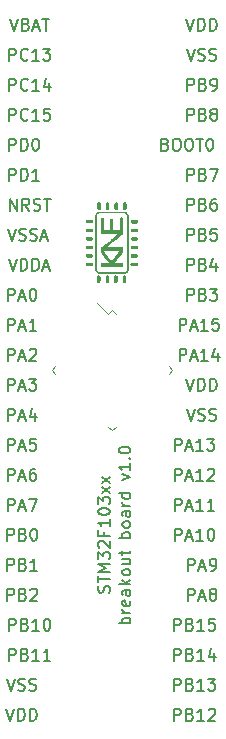
<source format=gto>
%TF.GenerationSoftware,KiCad,Pcbnew,(6.0.2)*%
%TF.CreationDate,2022-10-19T19:09:35+02:00*%
%TF.ProjectId,adapter_LQFP48,61646170-7465-4725-9f4c-51465034382e,rev?*%
%TF.SameCoordinates,Original*%
%TF.FileFunction,Legend,Top*%
%TF.FilePolarity,Positive*%
%FSLAX46Y46*%
G04 Gerber Fmt 4.6, Leading zero omitted, Abs format (unit mm)*
G04 Created by KiCad (PCBNEW (6.0.2)) date 2022-10-19 19:09:35*
%MOMM*%
%LPD*%
G01*
G04 APERTURE LIST*
G04 Aperture macros list*
%AMRoundRect*
0 Rectangle with rounded corners*
0 $1 Rounding radius*
0 $2 $3 $4 $5 $6 $7 $8 $9 X,Y pos of 4 corners*
0 Add a 4 corners polygon primitive as box body*
4,1,4,$2,$3,$4,$5,$6,$7,$8,$9,$2,$3,0*
0 Add four circle primitives for the rounded corners*
1,1,$1+$1,$2,$3*
1,1,$1+$1,$4,$5*
1,1,$1+$1,$6,$7*
1,1,$1+$1,$8,$9*
0 Add four rect primitives between the rounded corners*
20,1,$1+$1,$2,$3,$4,$5,0*
20,1,$1+$1,$4,$5,$6,$7,0*
20,1,$1+$1,$6,$7,$8,$9,0*
20,1,$1+$1,$8,$9,$2,$3,0*%
G04 Aperture macros list end*
%ADD10C,0.150000*%
%ADD11C,0.120000*%
%ADD12C,3.200000*%
%ADD13RoundRect,0.075000X-0.521491X0.415425X0.415425X-0.521491X0.521491X-0.415425X-0.415425X0.521491X0*%
%ADD14RoundRect,0.075000X-0.521491X-0.415425X-0.415425X-0.521491X0.521491X0.415425X0.415425X0.521491X0*%
%ADD15R,1.700000X1.700000*%
%ADD16O,1.700000X1.700000*%
G04 APERTURE END LIST*
D10*
X115673333Y-107132380D02*
X115673333Y-106132380D01*
X116054285Y-106132380D01*
X116149523Y-106180000D01*
X116197142Y-106227619D01*
X116244761Y-106322857D01*
X116244761Y-106465714D01*
X116197142Y-106560952D01*
X116149523Y-106608571D01*
X116054285Y-106656190D01*
X115673333Y-106656190D01*
X116625714Y-106846666D02*
X117101904Y-106846666D01*
X116530476Y-107132380D02*
X116863809Y-106132380D01*
X117197142Y-107132380D01*
X117435238Y-106132380D02*
X118054285Y-106132380D01*
X117720952Y-106513333D01*
X117863809Y-106513333D01*
X117959047Y-106560952D01*
X118006666Y-106608571D01*
X118054285Y-106703809D01*
X118054285Y-106941904D01*
X118006666Y-107037142D01*
X117959047Y-107084761D01*
X117863809Y-107132380D01*
X117578095Y-107132380D01*
X117482857Y-107084761D01*
X117435238Y-107037142D01*
X129802142Y-112212380D02*
X129802142Y-111212380D01*
X130183095Y-111212380D01*
X130278333Y-111260000D01*
X130325952Y-111307619D01*
X130373571Y-111402857D01*
X130373571Y-111545714D01*
X130325952Y-111640952D01*
X130278333Y-111688571D01*
X130183095Y-111736190D01*
X129802142Y-111736190D01*
X130754523Y-111926666D02*
X131230714Y-111926666D01*
X130659285Y-112212380D02*
X130992619Y-111212380D01*
X131325952Y-112212380D01*
X132183095Y-112212380D02*
X131611666Y-112212380D01*
X131897380Y-112212380D02*
X131897380Y-111212380D01*
X131802142Y-111355238D01*
X131706904Y-111450476D01*
X131611666Y-111498095D01*
X132516428Y-111212380D02*
X133135476Y-111212380D01*
X132802142Y-111593333D01*
X132945000Y-111593333D01*
X133040238Y-111640952D01*
X133087857Y-111688571D01*
X133135476Y-111783809D01*
X133135476Y-112021904D01*
X133087857Y-112117142D01*
X133040238Y-112164761D01*
X132945000Y-112212380D01*
X132659285Y-112212380D01*
X132564047Y-112164761D01*
X132516428Y-112117142D01*
X129730714Y-132532380D02*
X129730714Y-131532380D01*
X130111666Y-131532380D01*
X130206904Y-131580000D01*
X130254523Y-131627619D01*
X130302142Y-131722857D01*
X130302142Y-131865714D01*
X130254523Y-131960952D01*
X130206904Y-132008571D01*
X130111666Y-132056190D01*
X129730714Y-132056190D01*
X131064047Y-132008571D02*
X131206904Y-132056190D01*
X131254523Y-132103809D01*
X131302142Y-132199047D01*
X131302142Y-132341904D01*
X131254523Y-132437142D01*
X131206904Y-132484761D01*
X131111666Y-132532380D01*
X130730714Y-132532380D01*
X130730714Y-131532380D01*
X131064047Y-131532380D01*
X131159285Y-131580000D01*
X131206904Y-131627619D01*
X131254523Y-131722857D01*
X131254523Y-131818095D01*
X131206904Y-131913333D01*
X131159285Y-131960952D01*
X131064047Y-132008571D01*
X130730714Y-132008571D01*
X132254523Y-132532380D02*
X131683095Y-132532380D01*
X131968809Y-132532380D02*
X131968809Y-131532380D01*
X131873571Y-131675238D01*
X131778333Y-131770476D01*
X131683095Y-131818095D01*
X132587857Y-131532380D02*
X133206904Y-131532380D01*
X132873571Y-131913333D01*
X133016428Y-131913333D01*
X133111666Y-131960952D01*
X133159285Y-132008571D01*
X133206904Y-132103809D01*
X133206904Y-132341904D01*
X133159285Y-132437142D01*
X133111666Y-132484761D01*
X133016428Y-132532380D01*
X132730714Y-132532380D01*
X132635476Y-132484761D01*
X132587857Y-132437142D01*
X130913333Y-124912380D02*
X130913333Y-123912380D01*
X131294285Y-123912380D01*
X131389523Y-123960000D01*
X131437142Y-124007619D01*
X131484761Y-124102857D01*
X131484761Y-124245714D01*
X131437142Y-124340952D01*
X131389523Y-124388571D01*
X131294285Y-124436190D01*
X130913333Y-124436190D01*
X131865714Y-124626666D02*
X132341904Y-124626666D01*
X131770476Y-124912380D02*
X132103809Y-123912380D01*
X132437142Y-124912380D01*
X132913333Y-124340952D02*
X132818095Y-124293333D01*
X132770476Y-124245714D01*
X132722857Y-124150476D01*
X132722857Y-124102857D01*
X132770476Y-124007619D01*
X132818095Y-123960000D01*
X132913333Y-123912380D01*
X133103809Y-123912380D01*
X133199047Y-123960000D01*
X133246666Y-124007619D01*
X133294285Y-124102857D01*
X133294285Y-124150476D01*
X133246666Y-124245714D01*
X133199047Y-124293333D01*
X133103809Y-124340952D01*
X132913333Y-124340952D01*
X132818095Y-124388571D01*
X132770476Y-124436190D01*
X132722857Y-124531428D01*
X132722857Y-124721904D01*
X132770476Y-124817142D01*
X132818095Y-124864761D01*
X132913333Y-124912380D01*
X133103809Y-124912380D01*
X133199047Y-124864761D01*
X133246666Y-124817142D01*
X133294285Y-124721904D01*
X133294285Y-124531428D01*
X133246666Y-124436190D01*
X133199047Y-124388571D01*
X133103809Y-124340952D01*
X130841904Y-99512380D02*
X130841904Y-98512380D01*
X131222857Y-98512380D01*
X131318095Y-98560000D01*
X131365714Y-98607619D01*
X131413333Y-98702857D01*
X131413333Y-98845714D01*
X131365714Y-98940952D01*
X131318095Y-98988571D01*
X131222857Y-99036190D01*
X130841904Y-99036190D01*
X132175238Y-98988571D02*
X132318095Y-99036190D01*
X132365714Y-99083809D01*
X132413333Y-99179047D01*
X132413333Y-99321904D01*
X132365714Y-99417142D01*
X132318095Y-99464761D01*
X132222857Y-99512380D01*
X131841904Y-99512380D01*
X131841904Y-98512380D01*
X132175238Y-98512380D01*
X132270476Y-98560000D01*
X132318095Y-98607619D01*
X132365714Y-98702857D01*
X132365714Y-98798095D01*
X132318095Y-98893333D01*
X132270476Y-98940952D01*
X132175238Y-98988571D01*
X131841904Y-98988571D01*
X132746666Y-98512380D02*
X133365714Y-98512380D01*
X133032380Y-98893333D01*
X133175238Y-98893333D01*
X133270476Y-98940952D01*
X133318095Y-98988571D01*
X133365714Y-99083809D01*
X133365714Y-99321904D01*
X133318095Y-99417142D01*
X133270476Y-99464761D01*
X133175238Y-99512380D01*
X132889523Y-99512380D01*
X132794285Y-99464761D01*
X132746666Y-99417142D01*
X130841904Y-94432380D02*
X130841904Y-93432380D01*
X131222857Y-93432380D01*
X131318095Y-93480000D01*
X131365714Y-93527619D01*
X131413333Y-93622857D01*
X131413333Y-93765714D01*
X131365714Y-93860952D01*
X131318095Y-93908571D01*
X131222857Y-93956190D01*
X130841904Y-93956190D01*
X132175238Y-93908571D02*
X132318095Y-93956190D01*
X132365714Y-94003809D01*
X132413333Y-94099047D01*
X132413333Y-94241904D01*
X132365714Y-94337142D01*
X132318095Y-94384761D01*
X132222857Y-94432380D01*
X131841904Y-94432380D01*
X131841904Y-93432380D01*
X132175238Y-93432380D01*
X132270476Y-93480000D01*
X132318095Y-93527619D01*
X132365714Y-93622857D01*
X132365714Y-93718095D01*
X132318095Y-93813333D01*
X132270476Y-93860952D01*
X132175238Y-93908571D01*
X131841904Y-93908571D01*
X133318095Y-93432380D02*
X132841904Y-93432380D01*
X132794285Y-93908571D01*
X132841904Y-93860952D01*
X132937142Y-93813333D01*
X133175238Y-93813333D01*
X133270476Y-93860952D01*
X133318095Y-93908571D01*
X133365714Y-94003809D01*
X133365714Y-94241904D01*
X133318095Y-94337142D01*
X133270476Y-94384761D01*
X133175238Y-94432380D01*
X132937142Y-94432380D01*
X132841904Y-94384761D01*
X132794285Y-94337142D01*
X130841904Y-89352380D02*
X130841904Y-88352380D01*
X131222857Y-88352380D01*
X131318095Y-88400000D01*
X131365714Y-88447619D01*
X131413333Y-88542857D01*
X131413333Y-88685714D01*
X131365714Y-88780952D01*
X131318095Y-88828571D01*
X131222857Y-88876190D01*
X130841904Y-88876190D01*
X132175238Y-88828571D02*
X132318095Y-88876190D01*
X132365714Y-88923809D01*
X132413333Y-89019047D01*
X132413333Y-89161904D01*
X132365714Y-89257142D01*
X132318095Y-89304761D01*
X132222857Y-89352380D01*
X131841904Y-89352380D01*
X131841904Y-88352380D01*
X132175238Y-88352380D01*
X132270476Y-88400000D01*
X132318095Y-88447619D01*
X132365714Y-88542857D01*
X132365714Y-88638095D01*
X132318095Y-88733333D01*
X132270476Y-88780952D01*
X132175238Y-88828571D01*
X131841904Y-88828571D01*
X132746666Y-88352380D02*
X133413333Y-88352380D01*
X132984761Y-89352380D01*
X130746666Y-75652380D02*
X131080000Y-76652380D01*
X131413333Y-75652380D01*
X131746666Y-76652380D02*
X131746666Y-75652380D01*
X131984761Y-75652380D01*
X132127619Y-75700000D01*
X132222857Y-75795238D01*
X132270476Y-75890476D01*
X132318095Y-76080952D01*
X132318095Y-76223809D01*
X132270476Y-76414285D01*
X132222857Y-76509523D01*
X132127619Y-76604761D01*
X131984761Y-76652380D01*
X131746666Y-76652380D01*
X132746666Y-76652380D02*
X132746666Y-75652380D01*
X132984761Y-75652380D01*
X133127619Y-75700000D01*
X133222857Y-75795238D01*
X133270476Y-75890476D01*
X133318095Y-76080952D01*
X133318095Y-76223809D01*
X133270476Y-76414285D01*
X133222857Y-76509523D01*
X133127619Y-76604761D01*
X132984761Y-76652380D01*
X132746666Y-76652380D01*
X115760714Y-127452380D02*
X115760714Y-126452380D01*
X116141666Y-126452380D01*
X116236904Y-126500000D01*
X116284523Y-126547619D01*
X116332142Y-126642857D01*
X116332142Y-126785714D01*
X116284523Y-126880952D01*
X116236904Y-126928571D01*
X116141666Y-126976190D01*
X115760714Y-126976190D01*
X117094047Y-126928571D02*
X117236904Y-126976190D01*
X117284523Y-127023809D01*
X117332142Y-127119047D01*
X117332142Y-127261904D01*
X117284523Y-127357142D01*
X117236904Y-127404761D01*
X117141666Y-127452380D01*
X116760714Y-127452380D01*
X116760714Y-126452380D01*
X117094047Y-126452380D01*
X117189285Y-126500000D01*
X117236904Y-126547619D01*
X117284523Y-126642857D01*
X117284523Y-126738095D01*
X117236904Y-126833333D01*
X117189285Y-126880952D01*
X117094047Y-126928571D01*
X116760714Y-126928571D01*
X118284523Y-127452380D02*
X117713095Y-127452380D01*
X117998809Y-127452380D02*
X117998809Y-126452380D01*
X117903571Y-126595238D01*
X117808333Y-126690476D01*
X117713095Y-126738095D01*
X118903571Y-126452380D02*
X118998809Y-126452380D01*
X119094047Y-126500000D01*
X119141666Y-126547619D01*
X119189285Y-126642857D01*
X119236904Y-126833333D01*
X119236904Y-127071428D01*
X119189285Y-127261904D01*
X119141666Y-127357142D01*
X119094047Y-127404761D01*
X118998809Y-127452380D01*
X118903571Y-127452380D01*
X118808333Y-127404761D01*
X118760714Y-127357142D01*
X118713095Y-127261904D01*
X118665476Y-127071428D01*
X118665476Y-126833333D01*
X118713095Y-126642857D01*
X118760714Y-126547619D01*
X118808333Y-126500000D01*
X118903571Y-126452380D01*
X128976666Y-86288571D02*
X129119523Y-86336190D01*
X129167142Y-86383809D01*
X129214761Y-86479047D01*
X129214761Y-86621904D01*
X129167142Y-86717142D01*
X129119523Y-86764761D01*
X129024285Y-86812380D01*
X128643333Y-86812380D01*
X128643333Y-85812380D01*
X128976666Y-85812380D01*
X129071904Y-85860000D01*
X129119523Y-85907619D01*
X129167142Y-86002857D01*
X129167142Y-86098095D01*
X129119523Y-86193333D01*
X129071904Y-86240952D01*
X128976666Y-86288571D01*
X128643333Y-86288571D01*
X129833809Y-85812380D02*
X130024285Y-85812380D01*
X130119523Y-85860000D01*
X130214761Y-85955238D01*
X130262380Y-86145714D01*
X130262380Y-86479047D01*
X130214761Y-86669523D01*
X130119523Y-86764761D01*
X130024285Y-86812380D01*
X129833809Y-86812380D01*
X129738571Y-86764761D01*
X129643333Y-86669523D01*
X129595714Y-86479047D01*
X129595714Y-86145714D01*
X129643333Y-85955238D01*
X129738571Y-85860000D01*
X129833809Y-85812380D01*
X130881428Y-85812380D02*
X131071904Y-85812380D01*
X131167142Y-85860000D01*
X131262380Y-85955238D01*
X131310000Y-86145714D01*
X131310000Y-86479047D01*
X131262380Y-86669523D01*
X131167142Y-86764761D01*
X131071904Y-86812380D01*
X130881428Y-86812380D01*
X130786190Y-86764761D01*
X130690952Y-86669523D01*
X130643333Y-86479047D01*
X130643333Y-86145714D01*
X130690952Y-85955238D01*
X130786190Y-85860000D01*
X130881428Y-85812380D01*
X131595714Y-85812380D02*
X132167142Y-85812380D01*
X131881428Y-86812380D02*
X131881428Y-85812380D01*
X132690952Y-85812380D02*
X132786190Y-85812380D01*
X132881428Y-85860000D01*
X132929047Y-85907619D01*
X132976666Y-86002857D01*
X133024285Y-86193333D01*
X133024285Y-86431428D01*
X132976666Y-86621904D01*
X132929047Y-86717142D01*
X132881428Y-86764761D01*
X132786190Y-86812380D01*
X132690952Y-86812380D01*
X132595714Y-86764761D01*
X132548095Y-86717142D01*
X132500476Y-86621904D01*
X132452857Y-86431428D01*
X132452857Y-86193333D01*
X132500476Y-86002857D01*
X132548095Y-85907619D01*
X132595714Y-85860000D01*
X132690952Y-85812380D01*
X115761904Y-89352380D02*
X115761904Y-88352380D01*
X116142857Y-88352380D01*
X116238095Y-88400000D01*
X116285714Y-88447619D01*
X116333333Y-88542857D01*
X116333333Y-88685714D01*
X116285714Y-88780952D01*
X116238095Y-88828571D01*
X116142857Y-88876190D01*
X115761904Y-88876190D01*
X116761904Y-89352380D02*
X116761904Y-88352380D01*
X117000000Y-88352380D01*
X117142857Y-88400000D01*
X117238095Y-88495238D01*
X117285714Y-88590476D01*
X117333333Y-88780952D01*
X117333333Y-88923809D01*
X117285714Y-89114285D01*
X117238095Y-89209523D01*
X117142857Y-89304761D01*
X117000000Y-89352380D01*
X116761904Y-89352380D01*
X118285714Y-89352380D02*
X117714285Y-89352380D01*
X118000000Y-89352380D02*
X118000000Y-88352380D01*
X117904761Y-88495238D01*
X117809523Y-88590476D01*
X117714285Y-88638095D01*
X130841904Y-81732380D02*
X130841904Y-80732380D01*
X131222857Y-80732380D01*
X131318095Y-80780000D01*
X131365714Y-80827619D01*
X131413333Y-80922857D01*
X131413333Y-81065714D01*
X131365714Y-81160952D01*
X131318095Y-81208571D01*
X131222857Y-81256190D01*
X130841904Y-81256190D01*
X132175238Y-81208571D02*
X132318095Y-81256190D01*
X132365714Y-81303809D01*
X132413333Y-81399047D01*
X132413333Y-81541904D01*
X132365714Y-81637142D01*
X132318095Y-81684761D01*
X132222857Y-81732380D01*
X131841904Y-81732380D01*
X131841904Y-80732380D01*
X132175238Y-80732380D01*
X132270476Y-80780000D01*
X132318095Y-80827619D01*
X132365714Y-80922857D01*
X132365714Y-81018095D01*
X132318095Y-81113333D01*
X132270476Y-81160952D01*
X132175238Y-81208571D01*
X131841904Y-81208571D01*
X132889523Y-81732380D02*
X133080000Y-81732380D01*
X133175238Y-81684761D01*
X133222857Y-81637142D01*
X133318095Y-81494285D01*
X133365714Y-81303809D01*
X133365714Y-80922857D01*
X133318095Y-80827619D01*
X133270476Y-80780000D01*
X133175238Y-80732380D01*
X132984761Y-80732380D01*
X132889523Y-80780000D01*
X132841904Y-80827619D01*
X132794285Y-80922857D01*
X132794285Y-81160952D01*
X132841904Y-81256190D01*
X132889523Y-81303809D01*
X132984761Y-81351428D01*
X133175238Y-81351428D01*
X133270476Y-81303809D01*
X133318095Y-81256190D01*
X133365714Y-81160952D01*
X115673333Y-114752380D02*
X115673333Y-113752380D01*
X116054285Y-113752380D01*
X116149523Y-113800000D01*
X116197142Y-113847619D01*
X116244761Y-113942857D01*
X116244761Y-114085714D01*
X116197142Y-114180952D01*
X116149523Y-114228571D01*
X116054285Y-114276190D01*
X115673333Y-114276190D01*
X116625714Y-114466666D02*
X117101904Y-114466666D01*
X116530476Y-114752380D02*
X116863809Y-113752380D01*
X117197142Y-114752380D01*
X117959047Y-113752380D02*
X117768571Y-113752380D01*
X117673333Y-113800000D01*
X117625714Y-113847619D01*
X117530476Y-113990476D01*
X117482857Y-114180952D01*
X117482857Y-114561904D01*
X117530476Y-114657142D01*
X117578095Y-114704761D01*
X117673333Y-114752380D01*
X117863809Y-114752380D01*
X117959047Y-114704761D01*
X118006666Y-114657142D01*
X118054285Y-114561904D01*
X118054285Y-114323809D01*
X118006666Y-114228571D01*
X117959047Y-114180952D01*
X117863809Y-114133333D01*
X117673333Y-114133333D01*
X117578095Y-114180952D01*
X117530476Y-114228571D01*
X117482857Y-114323809D01*
X115760714Y-81732380D02*
X115760714Y-80732380D01*
X116141666Y-80732380D01*
X116236904Y-80780000D01*
X116284523Y-80827619D01*
X116332142Y-80922857D01*
X116332142Y-81065714D01*
X116284523Y-81160952D01*
X116236904Y-81208571D01*
X116141666Y-81256190D01*
X115760714Y-81256190D01*
X117332142Y-81637142D02*
X117284523Y-81684761D01*
X117141666Y-81732380D01*
X117046428Y-81732380D01*
X116903571Y-81684761D01*
X116808333Y-81589523D01*
X116760714Y-81494285D01*
X116713095Y-81303809D01*
X116713095Y-81160952D01*
X116760714Y-80970476D01*
X116808333Y-80875238D01*
X116903571Y-80780000D01*
X117046428Y-80732380D01*
X117141666Y-80732380D01*
X117284523Y-80780000D01*
X117332142Y-80827619D01*
X118284523Y-81732380D02*
X117713095Y-81732380D01*
X117998809Y-81732380D02*
X117998809Y-80732380D01*
X117903571Y-80875238D01*
X117808333Y-80970476D01*
X117713095Y-81018095D01*
X119141666Y-81065714D02*
X119141666Y-81732380D01*
X118903571Y-80684761D02*
X118665476Y-81399047D01*
X119284523Y-81399047D01*
X115601904Y-124912380D02*
X115601904Y-123912380D01*
X115982857Y-123912380D01*
X116078095Y-123960000D01*
X116125714Y-124007619D01*
X116173333Y-124102857D01*
X116173333Y-124245714D01*
X116125714Y-124340952D01*
X116078095Y-124388571D01*
X115982857Y-124436190D01*
X115601904Y-124436190D01*
X116935238Y-124388571D02*
X117078095Y-124436190D01*
X117125714Y-124483809D01*
X117173333Y-124579047D01*
X117173333Y-124721904D01*
X117125714Y-124817142D01*
X117078095Y-124864761D01*
X116982857Y-124912380D01*
X116601904Y-124912380D01*
X116601904Y-123912380D01*
X116935238Y-123912380D01*
X117030476Y-123960000D01*
X117078095Y-124007619D01*
X117125714Y-124102857D01*
X117125714Y-124198095D01*
X117078095Y-124293333D01*
X117030476Y-124340952D01*
X116935238Y-124388571D01*
X116601904Y-124388571D01*
X117554285Y-124007619D02*
X117601904Y-123960000D01*
X117697142Y-123912380D01*
X117935238Y-123912380D01*
X118030476Y-123960000D01*
X118078095Y-124007619D01*
X118125714Y-124102857D01*
X118125714Y-124198095D01*
X118078095Y-124340952D01*
X117506666Y-124912380D01*
X118125714Y-124912380D01*
X129802142Y-114752380D02*
X129802142Y-113752380D01*
X130183095Y-113752380D01*
X130278333Y-113800000D01*
X130325952Y-113847619D01*
X130373571Y-113942857D01*
X130373571Y-114085714D01*
X130325952Y-114180952D01*
X130278333Y-114228571D01*
X130183095Y-114276190D01*
X129802142Y-114276190D01*
X130754523Y-114466666D02*
X131230714Y-114466666D01*
X130659285Y-114752380D02*
X130992619Y-113752380D01*
X131325952Y-114752380D01*
X132183095Y-114752380D02*
X131611666Y-114752380D01*
X131897380Y-114752380D02*
X131897380Y-113752380D01*
X131802142Y-113895238D01*
X131706904Y-113990476D01*
X131611666Y-114038095D01*
X132564047Y-113847619D02*
X132611666Y-113800000D01*
X132706904Y-113752380D01*
X132945000Y-113752380D01*
X133040238Y-113800000D01*
X133087857Y-113847619D01*
X133135476Y-113942857D01*
X133135476Y-114038095D01*
X133087857Y-114180952D01*
X132516428Y-114752380D01*
X133135476Y-114752380D01*
X115506666Y-134072380D02*
X115840000Y-135072380D01*
X116173333Y-134072380D01*
X116506666Y-135072380D02*
X116506666Y-134072380D01*
X116744761Y-134072380D01*
X116887619Y-134120000D01*
X116982857Y-134215238D01*
X117030476Y-134310476D01*
X117078095Y-134500952D01*
X117078095Y-134643809D01*
X117030476Y-134834285D01*
X116982857Y-134929523D01*
X116887619Y-135024761D01*
X116744761Y-135072380D01*
X116506666Y-135072380D01*
X117506666Y-135072380D02*
X117506666Y-134072380D01*
X117744761Y-134072380D01*
X117887619Y-134120000D01*
X117982857Y-134215238D01*
X118030476Y-134310476D01*
X118078095Y-134500952D01*
X118078095Y-134643809D01*
X118030476Y-134834285D01*
X117982857Y-134929523D01*
X117887619Y-135024761D01*
X117744761Y-135072380D01*
X117506666Y-135072380D01*
X115832142Y-91892380D02*
X115832142Y-90892380D01*
X116403571Y-91892380D01*
X116403571Y-90892380D01*
X117451190Y-91892380D02*
X117117857Y-91416190D01*
X116879761Y-91892380D02*
X116879761Y-90892380D01*
X117260714Y-90892380D01*
X117355952Y-90940000D01*
X117403571Y-90987619D01*
X117451190Y-91082857D01*
X117451190Y-91225714D01*
X117403571Y-91320952D01*
X117355952Y-91368571D01*
X117260714Y-91416190D01*
X116879761Y-91416190D01*
X117832142Y-91844761D02*
X117975000Y-91892380D01*
X118213095Y-91892380D01*
X118308333Y-91844761D01*
X118355952Y-91797142D01*
X118403571Y-91701904D01*
X118403571Y-91606666D01*
X118355952Y-91511428D01*
X118308333Y-91463809D01*
X118213095Y-91416190D01*
X118022619Y-91368571D01*
X117927380Y-91320952D01*
X117879761Y-91273333D01*
X117832142Y-91178095D01*
X117832142Y-91082857D01*
X117879761Y-90987619D01*
X117927380Y-90940000D01*
X118022619Y-90892380D01*
X118260714Y-90892380D01*
X118403571Y-90940000D01*
X118689285Y-90892380D02*
X119260714Y-90892380D01*
X118975000Y-91892380D02*
X118975000Y-90892380D01*
X115601904Y-122372380D02*
X115601904Y-121372380D01*
X115982857Y-121372380D01*
X116078095Y-121420000D01*
X116125714Y-121467619D01*
X116173333Y-121562857D01*
X116173333Y-121705714D01*
X116125714Y-121800952D01*
X116078095Y-121848571D01*
X115982857Y-121896190D01*
X115601904Y-121896190D01*
X116935238Y-121848571D02*
X117078095Y-121896190D01*
X117125714Y-121943809D01*
X117173333Y-122039047D01*
X117173333Y-122181904D01*
X117125714Y-122277142D01*
X117078095Y-122324761D01*
X116982857Y-122372380D01*
X116601904Y-122372380D01*
X116601904Y-121372380D01*
X116935238Y-121372380D01*
X117030476Y-121420000D01*
X117078095Y-121467619D01*
X117125714Y-121562857D01*
X117125714Y-121658095D01*
X117078095Y-121753333D01*
X117030476Y-121800952D01*
X116935238Y-121848571D01*
X116601904Y-121848571D01*
X118125714Y-122372380D02*
X117554285Y-122372380D01*
X117840000Y-122372380D02*
X117840000Y-121372380D01*
X117744761Y-121515238D01*
X117649523Y-121610476D01*
X117554285Y-121658095D01*
X115760714Y-79192380D02*
X115760714Y-78192380D01*
X116141666Y-78192380D01*
X116236904Y-78240000D01*
X116284523Y-78287619D01*
X116332142Y-78382857D01*
X116332142Y-78525714D01*
X116284523Y-78620952D01*
X116236904Y-78668571D01*
X116141666Y-78716190D01*
X115760714Y-78716190D01*
X117332142Y-79097142D02*
X117284523Y-79144761D01*
X117141666Y-79192380D01*
X117046428Y-79192380D01*
X116903571Y-79144761D01*
X116808333Y-79049523D01*
X116760714Y-78954285D01*
X116713095Y-78763809D01*
X116713095Y-78620952D01*
X116760714Y-78430476D01*
X116808333Y-78335238D01*
X116903571Y-78240000D01*
X117046428Y-78192380D01*
X117141666Y-78192380D01*
X117284523Y-78240000D01*
X117332142Y-78287619D01*
X118284523Y-79192380D02*
X117713095Y-79192380D01*
X117998809Y-79192380D02*
X117998809Y-78192380D01*
X117903571Y-78335238D01*
X117808333Y-78430476D01*
X117713095Y-78478095D01*
X118617857Y-78192380D02*
X119236904Y-78192380D01*
X118903571Y-78573333D01*
X119046428Y-78573333D01*
X119141666Y-78620952D01*
X119189285Y-78668571D01*
X119236904Y-78763809D01*
X119236904Y-79001904D01*
X119189285Y-79097142D01*
X119141666Y-79144761D01*
X119046428Y-79192380D01*
X118760714Y-79192380D01*
X118665476Y-79144761D01*
X118617857Y-79097142D01*
X130183142Y-104592380D02*
X130183142Y-103592380D01*
X130564095Y-103592380D01*
X130659333Y-103640000D01*
X130706952Y-103687619D01*
X130754571Y-103782857D01*
X130754571Y-103925714D01*
X130706952Y-104020952D01*
X130659333Y-104068571D01*
X130564095Y-104116190D01*
X130183142Y-104116190D01*
X131135523Y-104306666D02*
X131611714Y-104306666D01*
X131040285Y-104592380D02*
X131373619Y-103592380D01*
X131706952Y-104592380D01*
X132564095Y-104592380D02*
X131992666Y-104592380D01*
X132278380Y-104592380D02*
X132278380Y-103592380D01*
X132183142Y-103735238D01*
X132087904Y-103830476D01*
X131992666Y-103878095D01*
X133421238Y-103925714D02*
X133421238Y-104592380D01*
X133183142Y-103544761D02*
X132945047Y-104259047D01*
X133564095Y-104259047D01*
X115761904Y-86812380D02*
X115761904Y-85812380D01*
X116142857Y-85812380D01*
X116238095Y-85860000D01*
X116285714Y-85907619D01*
X116333333Y-86002857D01*
X116333333Y-86145714D01*
X116285714Y-86240952D01*
X116238095Y-86288571D01*
X116142857Y-86336190D01*
X115761904Y-86336190D01*
X116761904Y-86812380D02*
X116761904Y-85812380D01*
X117000000Y-85812380D01*
X117142857Y-85860000D01*
X117238095Y-85955238D01*
X117285714Y-86050476D01*
X117333333Y-86240952D01*
X117333333Y-86383809D01*
X117285714Y-86574285D01*
X117238095Y-86669523D01*
X117142857Y-86764761D01*
X117000000Y-86812380D01*
X116761904Y-86812380D01*
X117952380Y-85812380D02*
X118047619Y-85812380D01*
X118142857Y-85860000D01*
X118190476Y-85907619D01*
X118238095Y-86002857D01*
X118285714Y-86193333D01*
X118285714Y-86431428D01*
X118238095Y-86621904D01*
X118190476Y-86717142D01*
X118142857Y-86764761D01*
X118047619Y-86812380D01*
X117952380Y-86812380D01*
X117857142Y-86764761D01*
X117809523Y-86717142D01*
X117761904Y-86621904D01*
X117714285Y-86431428D01*
X117714285Y-86193333D01*
X117761904Y-86002857D01*
X117809523Y-85907619D01*
X117857142Y-85860000D01*
X117952380Y-85812380D01*
X130841904Y-96972380D02*
X130841904Y-95972380D01*
X131222857Y-95972380D01*
X131318095Y-96020000D01*
X131365714Y-96067619D01*
X131413333Y-96162857D01*
X131413333Y-96305714D01*
X131365714Y-96400952D01*
X131318095Y-96448571D01*
X131222857Y-96496190D01*
X130841904Y-96496190D01*
X132175238Y-96448571D02*
X132318095Y-96496190D01*
X132365714Y-96543809D01*
X132413333Y-96639047D01*
X132413333Y-96781904D01*
X132365714Y-96877142D01*
X132318095Y-96924761D01*
X132222857Y-96972380D01*
X131841904Y-96972380D01*
X131841904Y-95972380D01*
X132175238Y-95972380D01*
X132270476Y-96020000D01*
X132318095Y-96067619D01*
X132365714Y-96162857D01*
X132365714Y-96258095D01*
X132318095Y-96353333D01*
X132270476Y-96400952D01*
X132175238Y-96448571D01*
X131841904Y-96448571D01*
X133270476Y-96305714D02*
X133270476Y-96972380D01*
X133032380Y-95924761D02*
X132794285Y-96639047D01*
X133413333Y-96639047D01*
X129730714Y-129992380D02*
X129730714Y-128992380D01*
X130111666Y-128992380D01*
X130206904Y-129040000D01*
X130254523Y-129087619D01*
X130302142Y-129182857D01*
X130302142Y-129325714D01*
X130254523Y-129420952D01*
X130206904Y-129468571D01*
X130111666Y-129516190D01*
X129730714Y-129516190D01*
X131064047Y-129468571D02*
X131206904Y-129516190D01*
X131254523Y-129563809D01*
X131302142Y-129659047D01*
X131302142Y-129801904D01*
X131254523Y-129897142D01*
X131206904Y-129944761D01*
X131111666Y-129992380D01*
X130730714Y-129992380D01*
X130730714Y-128992380D01*
X131064047Y-128992380D01*
X131159285Y-129040000D01*
X131206904Y-129087619D01*
X131254523Y-129182857D01*
X131254523Y-129278095D01*
X131206904Y-129373333D01*
X131159285Y-129420952D01*
X131064047Y-129468571D01*
X130730714Y-129468571D01*
X132254523Y-129992380D02*
X131683095Y-129992380D01*
X131968809Y-129992380D02*
X131968809Y-128992380D01*
X131873571Y-129135238D01*
X131778333Y-129230476D01*
X131683095Y-129278095D01*
X133111666Y-129325714D02*
X133111666Y-129992380D01*
X132873571Y-128944761D02*
X132635476Y-129659047D01*
X133254523Y-129659047D01*
X115673333Y-102052380D02*
X115673333Y-101052380D01*
X116054285Y-101052380D01*
X116149523Y-101100000D01*
X116197142Y-101147619D01*
X116244761Y-101242857D01*
X116244761Y-101385714D01*
X116197142Y-101480952D01*
X116149523Y-101528571D01*
X116054285Y-101576190D01*
X115673333Y-101576190D01*
X116625714Y-101766666D02*
X117101904Y-101766666D01*
X116530476Y-102052380D02*
X116863809Y-101052380D01*
X117197142Y-102052380D01*
X118054285Y-102052380D02*
X117482857Y-102052380D01*
X117768571Y-102052380D02*
X117768571Y-101052380D01*
X117673333Y-101195238D01*
X117578095Y-101290476D01*
X117482857Y-101338095D01*
X115601904Y-119832380D02*
X115601904Y-118832380D01*
X115982857Y-118832380D01*
X116078095Y-118880000D01*
X116125714Y-118927619D01*
X116173333Y-119022857D01*
X116173333Y-119165714D01*
X116125714Y-119260952D01*
X116078095Y-119308571D01*
X115982857Y-119356190D01*
X115601904Y-119356190D01*
X116935238Y-119308571D02*
X117078095Y-119356190D01*
X117125714Y-119403809D01*
X117173333Y-119499047D01*
X117173333Y-119641904D01*
X117125714Y-119737142D01*
X117078095Y-119784761D01*
X116982857Y-119832380D01*
X116601904Y-119832380D01*
X116601904Y-118832380D01*
X116935238Y-118832380D01*
X117030476Y-118880000D01*
X117078095Y-118927619D01*
X117125714Y-119022857D01*
X117125714Y-119118095D01*
X117078095Y-119213333D01*
X117030476Y-119260952D01*
X116935238Y-119308571D01*
X116601904Y-119308571D01*
X117792380Y-118832380D02*
X117887619Y-118832380D01*
X117982857Y-118880000D01*
X118030476Y-118927619D01*
X118078095Y-119022857D01*
X118125714Y-119213333D01*
X118125714Y-119451428D01*
X118078095Y-119641904D01*
X118030476Y-119737142D01*
X117982857Y-119784761D01*
X117887619Y-119832380D01*
X117792380Y-119832380D01*
X117697142Y-119784761D01*
X117649523Y-119737142D01*
X117601904Y-119641904D01*
X117554285Y-119451428D01*
X117554285Y-119213333D01*
X117601904Y-119022857D01*
X117649523Y-118927619D01*
X117697142Y-118880000D01*
X117792380Y-118832380D01*
X130794285Y-108672380D02*
X131127619Y-109672380D01*
X131460952Y-108672380D01*
X131746666Y-109624761D02*
X131889523Y-109672380D01*
X132127619Y-109672380D01*
X132222857Y-109624761D01*
X132270476Y-109577142D01*
X132318095Y-109481904D01*
X132318095Y-109386666D01*
X132270476Y-109291428D01*
X132222857Y-109243809D01*
X132127619Y-109196190D01*
X131937142Y-109148571D01*
X131841904Y-109100952D01*
X131794285Y-109053333D01*
X131746666Y-108958095D01*
X131746666Y-108862857D01*
X131794285Y-108767619D01*
X131841904Y-108720000D01*
X131937142Y-108672380D01*
X132175238Y-108672380D01*
X132318095Y-108720000D01*
X132699047Y-109624761D02*
X132841904Y-109672380D01*
X133080000Y-109672380D01*
X133175238Y-109624761D01*
X133222857Y-109577142D01*
X133270476Y-109481904D01*
X133270476Y-109386666D01*
X133222857Y-109291428D01*
X133175238Y-109243809D01*
X133080000Y-109196190D01*
X132889523Y-109148571D01*
X132794285Y-109100952D01*
X132746666Y-109053333D01*
X132699047Y-108958095D01*
X132699047Y-108862857D01*
X132746666Y-108767619D01*
X132794285Y-108720000D01*
X132889523Y-108672380D01*
X133127619Y-108672380D01*
X133270476Y-108720000D01*
X115673333Y-117292380D02*
X115673333Y-116292380D01*
X116054285Y-116292380D01*
X116149523Y-116340000D01*
X116197142Y-116387619D01*
X116244761Y-116482857D01*
X116244761Y-116625714D01*
X116197142Y-116720952D01*
X116149523Y-116768571D01*
X116054285Y-116816190D01*
X115673333Y-116816190D01*
X116625714Y-117006666D02*
X117101904Y-117006666D01*
X116530476Y-117292380D02*
X116863809Y-116292380D01*
X117197142Y-117292380D01*
X117435238Y-116292380D02*
X118101904Y-116292380D01*
X117673333Y-117292380D01*
X115673333Y-112212380D02*
X115673333Y-111212380D01*
X116054285Y-111212380D01*
X116149523Y-111260000D01*
X116197142Y-111307619D01*
X116244761Y-111402857D01*
X116244761Y-111545714D01*
X116197142Y-111640952D01*
X116149523Y-111688571D01*
X116054285Y-111736190D01*
X115673333Y-111736190D01*
X116625714Y-111926666D02*
X117101904Y-111926666D01*
X116530476Y-112212380D02*
X116863809Y-111212380D01*
X117197142Y-112212380D01*
X118006666Y-111212380D02*
X117530476Y-111212380D01*
X117482857Y-111688571D01*
X117530476Y-111640952D01*
X117625714Y-111593333D01*
X117863809Y-111593333D01*
X117959047Y-111640952D01*
X118006666Y-111688571D01*
X118054285Y-111783809D01*
X118054285Y-112021904D01*
X118006666Y-112117142D01*
X117959047Y-112164761D01*
X117863809Y-112212380D01*
X117625714Y-112212380D01*
X117530476Y-112164761D01*
X117482857Y-112117142D01*
X115633714Y-93432380D02*
X115967047Y-94432380D01*
X116300380Y-93432380D01*
X116586095Y-94384761D02*
X116728952Y-94432380D01*
X116967047Y-94432380D01*
X117062285Y-94384761D01*
X117109904Y-94337142D01*
X117157523Y-94241904D01*
X117157523Y-94146666D01*
X117109904Y-94051428D01*
X117062285Y-94003809D01*
X116967047Y-93956190D01*
X116776571Y-93908571D01*
X116681333Y-93860952D01*
X116633714Y-93813333D01*
X116586095Y-93718095D01*
X116586095Y-93622857D01*
X116633714Y-93527619D01*
X116681333Y-93480000D01*
X116776571Y-93432380D01*
X117014666Y-93432380D01*
X117157523Y-93480000D01*
X117538476Y-94384761D02*
X117681333Y-94432380D01*
X117919428Y-94432380D01*
X118014666Y-94384761D01*
X118062285Y-94337142D01*
X118109904Y-94241904D01*
X118109904Y-94146666D01*
X118062285Y-94051428D01*
X118014666Y-94003809D01*
X117919428Y-93956190D01*
X117728952Y-93908571D01*
X117633714Y-93860952D01*
X117586095Y-93813333D01*
X117538476Y-93718095D01*
X117538476Y-93622857D01*
X117586095Y-93527619D01*
X117633714Y-93480000D01*
X117728952Y-93432380D01*
X117967047Y-93432380D01*
X118109904Y-93480000D01*
X118490857Y-94146666D02*
X118967047Y-94146666D01*
X118395619Y-94432380D02*
X118728952Y-93432380D01*
X119062285Y-94432380D01*
X115673333Y-104592380D02*
X115673333Y-103592380D01*
X116054285Y-103592380D01*
X116149523Y-103640000D01*
X116197142Y-103687619D01*
X116244761Y-103782857D01*
X116244761Y-103925714D01*
X116197142Y-104020952D01*
X116149523Y-104068571D01*
X116054285Y-104116190D01*
X115673333Y-104116190D01*
X116625714Y-104306666D02*
X117101904Y-104306666D01*
X116530476Y-104592380D02*
X116863809Y-103592380D01*
X117197142Y-104592380D01*
X117482857Y-103687619D02*
X117530476Y-103640000D01*
X117625714Y-103592380D01*
X117863809Y-103592380D01*
X117959047Y-103640000D01*
X118006666Y-103687619D01*
X118054285Y-103782857D01*
X118054285Y-103878095D01*
X118006666Y-104020952D01*
X117435238Y-104592380D01*
X118054285Y-104592380D01*
X129730714Y-127452380D02*
X129730714Y-126452380D01*
X130111666Y-126452380D01*
X130206904Y-126500000D01*
X130254523Y-126547619D01*
X130302142Y-126642857D01*
X130302142Y-126785714D01*
X130254523Y-126880952D01*
X130206904Y-126928571D01*
X130111666Y-126976190D01*
X129730714Y-126976190D01*
X131064047Y-126928571D02*
X131206904Y-126976190D01*
X131254523Y-127023809D01*
X131302142Y-127119047D01*
X131302142Y-127261904D01*
X131254523Y-127357142D01*
X131206904Y-127404761D01*
X131111666Y-127452380D01*
X130730714Y-127452380D01*
X130730714Y-126452380D01*
X131064047Y-126452380D01*
X131159285Y-126500000D01*
X131206904Y-126547619D01*
X131254523Y-126642857D01*
X131254523Y-126738095D01*
X131206904Y-126833333D01*
X131159285Y-126880952D01*
X131064047Y-126928571D01*
X130730714Y-126928571D01*
X132254523Y-127452380D02*
X131683095Y-127452380D01*
X131968809Y-127452380D02*
X131968809Y-126452380D01*
X131873571Y-126595238D01*
X131778333Y-126690476D01*
X131683095Y-126738095D01*
X133159285Y-126452380D02*
X132683095Y-126452380D01*
X132635476Y-126928571D01*
X132683095Y-126880952D01*
X132778333Y-126833333D01*
X133016428Y-126833333D01*
X133111666Y-126880952D01*
X133159285Y-126928571D01*
X133206904Y-127023809D01*
X133206904Y-127261904D01*
X133159285Y-127357142D01*
X133111666Y-127404761D01*
X133016428Y-127452380D01*
X132778333Y-127452380D01*
X132683095Y-127404761D01*
X132635476Y-127357142D01*
X129802142Y-119832380D02*
X129802142Y-118832380D01*
X130183095Y-118832380D01*
X130278333Y-118880000D01*
X130325952Y-118927619D01*
X130373571Y-119022857D01*
X130373571Y-119165714D01*
X130325952Y-119260952D01*
X130278333Y-119308571D01*
X130183095Y-119356190D01*
X129802142Y-119356190D01*
X130754523Y-119546666D02*
X131230714Y-119546666D01*
X130659285Y-119832380D02*
X130992619Y-118832380D01*
X131325952Y-119832380D01*
X132183095Y-119832380D02*
X131611666Y-119832380D01*
X131897380Y-119832380D02*
X131897380Y-118832380D01*
X131802142Y-118975238D01*
X131706904Y-119070476D01*
X131611666Y-119118095D01*
X132802142Y-118832380D02*
X132897380Y-118832380D01*
X132992619Y-118880000D01*
X133040238Y-118927619D01*
X133087857Y-119022857D01*
X133135476Y-119213333D01*
X133135476Y-119451428D01*
X133087857Y-119641904D01*
X133040238Y-119737142D01*
X132992619Y-119784761D01*
X132897380Y-119832380D01*
X132802142Y-119832380D01*
X132706904Y-119784761D01*
X132659285Y-119737142D01*
X132611666Y-119641904D01*
X132564047Y-119451428D01*
X132564047Y-119213333D01*
X132611666Y-119022857D01*
X132659285Y-118927619D01*
X132706904Y-118880000D01*
X132802142Y-118832380D01*
X130913333Y-122372380D02*
X130913333Y-121372380D01*
X131294285Y-121372380D01*
X131389523Y-121420000D01*
X131437142Y-121467619D01*
X131484761Y-121562857D01*
X131484761Y-121705714D01*
X131437142Y-121800952D01*
X131389523Y-121848571D01*
X131294285Y-121896190D01*
X130913333Y-121896190D01*
X131865714Y-122086666D02*
X132341904Y-122086666D01*
X131770476Y-122372380D02*
X132103809Y-121372380D01*
X132437142Y-122372380D01*
X132818095Y-122372380D02*
X133008571Y-122372380D01*
X133103809Y-122324761D01*
X133151428Y-122277142D01*
X133246666Y-122134285D01*
X133294285Y-121943809D01*
X133294285Y-121562857D01*
X133246666Y-121467619D01*
X133199047Y-121420000D01*
X133103809Y-121372380D01*
X132913333Y-121372380D01*
X132818095Y-121420000D01*
X132770476Y-121467619D01*
X132722857Y-121562857D01*
X132722857Y-121800952D01*
X132770476Y-121896190D01*
X132818095Y-121943809D01*
X132913333Y-121991428D01*
X133103809Y-121991428D01*
X133199047Y-121943809D01*
X133246666Y-121896190D01*
X133294285Y-121800952D01*
X129802142Y-117292380D02*
X129802142Y-116292380D01*
X130183095Y-116292380D01*
X130278333Y-116340000D01*
X130325952Y-116387619D01*
X130373571Y-116482857D01*
X130373571Y-116625714D01*
X130325952Y-116720952D01*
X130278333Y-116768571D01*
X130183095Y-116816190D01*
X129802142Y-116816190D01*
X130754523Y-117006666D02*
X131230714Y-117006666D01*
X130659285Y-117292380D02*
X130992619Y-116292380D01*
X131325952Y-117292380D01*
X132183095Y-117292380D02*
X131611666Y-117292380D01*
X131897380Y-117292380D02*
X131897380Y-116292380D01*
X131802142Y-116435238D01*
X131706904Y-116530476D01*
X131611666Y-116578095D01*
X133135476Y-117292380D02*
X132564047Y-117292380D01*
X132849761Y-117292380D02*
X132849761Y-116292380D01*
X132754523Y-116435238D01*
X132659285Y-116530476D01*
X132564047Y-116578095D01*
X130183142Y-102052380D02*
X130183142Y-101052380D01*
X130564095Y-101052380D01*
X130659333Y-101100000D01*
X130706952Y-101147619D01*
X130754571Y-101242857D01*
X130754571Y-101385714D01*
X130706952Y-101480952D01*
X130659333Y-101528571D01*
X130564095Y-101576190D01*
X130183142Y-101576190D01*
X131135523Y-101766666D02*
X131611714Y-101766666D01*
X131040285Y-102052380D02*
X131373619Y-101052380D01*
X131706952Y-102052380D01*
X132564095Y-102052380D02*
X131992666Y-102052380D01*
X132278380Y-102052380D02*
X132278380Y-101052380D01*
X132183142Y-101195238D01*
X132087904Y-101290476D01*
X131992666Y-101338095D01*
X133468857Y-101052380D02*
X132992666Y-101052380D01*
X132945047Y-101528571D01*
X132992666Y-101480952D01*
X133087904Y-101433333D01*
X133326000Y-101433333D01*
X133421238Y-101480952D01*
X133468857Y-101528571D01*
X133516476Y-101623809D01*
X133516476Y-101861904D01*
X133468857Y-101957142D01*
X133421238Y-102004761D01*
X133326000Y-102052380D01*
X133087904Y-102052380D01*
X132992666Y-102004761D01*
X132945047Y-101957142D01*
X130794285Y-78192380D02*
X131127619Y-79192380D01*
X131460952Y-78192380D01*
X131746666Y-79144761D02*
X131889523Y-79192380D01*
X132127619Y-79192380D01*
X132222857Y-79144761D01*
X132270476Y-79097142D01*
X132318095Y-79001904D01*
X132318095Y-78906666D01*
X132270476Y-78811428D01*
X132222857Y-78763809D01*
X132127619Y-78716190D01*
X131937142Y-78668571D01*
X131841904Y-78620952D01*
X131794285Y-78573333D01*
X131746666Y-78478095D01*
X131746666Y-78382857D01*
X131794285Y-78287619D01*
X131841904Y-78240000D01*
X131937142Y-78192380D01*
X132175238Y-78192380D01*
X132318095Y-78240000D01*
X132699047Y-79144761D02*
X132841904Y-79192380D01*
X133080000Y-79192380D01*
X133175238Y-79144761D01*
X133222857Y-79097142D01*
X133270476Y-79001904D01*
X133270476Y-78906666D01*
X133222857Y-78811428D01*
X133175238Y-78763809D01*
X133080000Y-78716190D01*
X132889523Y-78668571D01*
X132794285Y-78620952D01*
X132746666Y-78573333D01*
X132699047Y-78478095D01*
X132699047Y-78382857D01*
X132746666Y-78287619D01*
X132794285Y-78240000D01*
X132889523Y-78192380D01*
X133127619Y-78192380D01*
X133270476Y-78240000D01*
X115760714Y-84272380D02*
X115760714Y-83272380D01*
X116141666Y-83272380D01*
X116236904Y-83320000D01*
X116284523Y-83367619D01*
X116332142Y-83462857D01*
X116332142Y-83605714D01*
X116284523Y-83700952D01*
X116236904Y-83748571D01*
X116141666Y-83796190D01*
X115760714Y-83796190D01*
X117332142Y-84177142D02*
X117284523Y-84224761D01*
X117141666Y-84272380D01*
X117046428Y-84272380D01*
X116903571Y-84224761D01*
X116808333Y-84129523D01*
X116760714Y-84034285D01*
X116713095Y-83843809D01*
X116713095Y-83700952D01*
X116760714Y-83510476D01*
X116808333Y-83415238D01*
X116903571Y-83320000D01*
X117046428Y-83272380D01*
X117141666Y-83272380D01*
X117284523Y-83320000D01*
X117332142Y-83367619D01*
X118284523Y-84272380D02*
X117713095Y-84272380D01*
X117998809Y-84272380D02*
X117998809Y-83272380D01*
X117903571Y-83415238D01*
X117808333Y-83510476D01*
X117713095Y-83558095D01*
X119189285Y-83272380D02*
X118713095Y-83272380D01*
X118665476Y-83748571D01*
X118713095Y-83700952D01*
X118808333Y-83653333D01*
X119046428Y-83653333D01*
X119141666Y-83700952D01*
X119189285Y-83748571D01*
X119236904Y-83843809D01*
X119236904Y-84081904D01*
X119189285Y-84177142D01*
X119141666Y-84224761D01*
X119046428Y-84272380D01*
X118808333Y-84272380D01*
X118713095Y-84224761D01*
X118665476Y-84177142D01*
X115673333Y-109672380D02*
X115673333Y-108672380D01*
X116054285Y-108672380D01*
X116149523Y-108720000D01*
X116197142Y-108767619D01*
X116244761Y-108862857D01*
X116244761Y-109005714D01*
X116197142Y-109100952D01*
X116149523Y-109148571D01*
X116054285Y-109196190D01*
X115673333Y-109196190D01*
X116625714Y-109386666D02*
X117101904Y-109386666D01*
X116530476Y-109672380D02*
X116863809Y-108672380D01*
X117197142Y-109672380D01*
X117959047Y-109005714D02*
X117959047Y-109672380D01*
X117720952Y-108624761D02*
X117482857Y-109339047D01*
X118101904Y-109339047D01*
X115554285Y-131532380D02*
X115887619Y-132532380D01*
X116220952Y-131532380D01*
X116506666Y-132484761D02*
X116649523Y-132532380D01*
X116887619Y-132532380D01*
X116982857Y-132484761D01*
X117030476Y-132437142D01*
X117078095Y-132341904D01*
X117078095Y-132246666D01*
X117030476Y-132151428D01*
X116982857Y-132103809D01*
X116887619Y-132056190D01*
X116697142Y-132008571D01*
X116601904Y-131960952D01*
X116554285Y-131913333D01*
X116506666Y-131818095D01*
X116506666Y-131722857D01*
X116554285Y-131627619D01*
X116601904Y-131580000D01*
X116697142Y-131532380D01*
X116935238Y-131532380D01*
X117078095Y-131580000D01*
X117459047Y-132484761D02*
X117601904Y-132532380D01*
X117840000Y-132532380D01*
X117935238Y-132484761D01*
X117982857Y-132437142D01*
X118030476Y-132341904D01*
X118030476Y-132246666D01*
X117982857Y-132151428D01*
X117935238Y-132103809D01*
X117840000Y-132056190D01*
X117649523Y-132008571D01*
X117554285Y-131960952D01*
X117506666Y-131913333D01*
X117459047Y-131818095D01*
X117459047Y-131722857D01*
X117506666Y-131627619D01*
X117554285Y-131580000D01*
X117649523Y-131532380D01*
X117887619Y-131532380D01*
X118030476Y-131580000D01*
X126012380Y-126832380D02*
X125012380Y-126832380D01*
X125393333Y-126832380D02*
X125345714Y-126737142D01*
X125345714Y-126546666D01*
X125393333Y-126451428D01*
X125440952Y-126403809D01*
X125536190Y-126356190D01*
X125821904Y-126356190D01*
X125917142Y-126403809D01*
X125964761Y-126451428D01*
X126012380Y-126546666D01*
X126012380Y-126737142D01*
X125964761Y-126832380D01*
X126012380Y-125927619D02*
X125345714Y-125927619D01*
X125536190Y-125927619D02*
X125440952Y-125880000D01*
X125393333Y-125832380D01*
X125345714Y-125737142D01*
X125345714Y-125641904D01*
X125964761Y-124927619D02*
X126012380Y-125022857D01*
X126012380Y-125213333D01*
X125964761Y-125308571D01*
X125869523Y-125356190D01*
X125488571Y-125356190D01*
X125393333Y-125308571D01*
X125345714Y-125213333D01*
X125345714Y-125022857D01*
X125393333Y-124927619D01*
X125488571Y-124880000D01*
X125583809Y-124880000D01*
X125679047Y-125356190D01*
X126012380Y-124022857D02*
X125488571Y-124022857D01*
X125393333Y-124070476D01*
X125345714Y-124165714D01*
X125345714Y-124356190D01*
X125393333Y-124451428D01*
X125964761Y-124022857D02*
X126012380Y-124118095D01*
X126012380Y-124356190D01*
X125964761Y-124451428D01*
X125869523Y-124499047D01*
X125774285Y-124499047D01*
X125679047Y-124451428D01*
X125631428Y-124356190D01*
X125631428Y-124118095D01*
X125583809Y-124022857D01*
X126012380Y-123546666D02*
X125012380Y-123546666D01*
X125631428Y-123451428D02*
X126012380Y-123165714D01*
X125345714Y-123165714D02*
X125726666Y-123546666D01*
X126012380Y-122594285D02*
X125964761Y-122689523D01*
X125917142Y-122737142D01*
X125821904Y-122784761D01*
X125536190Y-122784761D01*
X125440952Y-122737142D01*
X125393333Y-122689523D01*
X125345714Y-122594285D01*
X125345714Y-122451428D01*
X125393333Y-122356190D01*
X125440952Y-122308571D01*
X125536190Y-122260952D01*
X125821904Y-122260952D01*
X125917142Y-122308571D01*
X125964761Y-122356190D01*
X126012380Y-122451428D01*
X126012380Y-122594285D01*
X125345714Y-121403809D02*
X126012380Y-121403809D01*
X125345714Y-121832380D02*
X125869523Y-121832380D01*
X125964761Y-121784761D01*
X126012380Y-121689523D01*
X126012380Y-121546666D01*
X125964761Y-121451428D01*
X125917142Y-121403809D01*
X125345714Y-121070476D02*
X125345714Y-120689523D01*
X125012380Y-120927619D02*
X125869523Y-120927619D01*
X125964761Y-120880000D01*
X126012380Y-120784761D01*
X126012380Y-120689523D01*
X126012380Y-119594285D02*
X125012380Y-119594285D01*
X125393333Y-119594285D02*
X125345714Y-119499047D01*
X125345714Y-119308571D01*
X125393333Y-119213333D01*
X125440952Y-119165714D01*
X125536190Y-119118095D01*
X125821904Y-119118095D01*
X125917142Y-119165714D01*
X125964761Y-119213333D01*
X126012380Y-119308571D01*
X126012380Y-119499047D01*
X125964761Y-119594285D01*
X126012380Y-118546666D02*
X125964761Y-118641904D01*
X125917142Y-118689523D01*
X125821904Y-118737142D01*
X125536190Y-118737142D01*
X125440952Y-118689523D01*
X125393333Y-118641904D01*
X125345714Y-118546666D01*
X125345714Y-118403809D01*
X125393333Y-118308571D01*
X125440952Y-118260952D01*
X125536190Y-118213333D01*
X125821904Y-118213333D01*
X125917142Y-118260952D01*
X125964761Y-118308571D01*
X126012380Y-118403809D01*
X126012380Y-118546666D01*
X126012380Y-117356190D02*
X125488571Y-117356190D01*
X125393333Y-117403809D01*
X125345714Y-117499047D01*
X125345714Y-117689523D01*
X125393333Y-117784761D01*
X125964761Y-117356190D02*
X126012380Y-117451428D01*
X126012380Y-117689523D01*
X125964761Y-117784761D01*
X125869523Y-117832380D01*
X125774285Y-117832380D01*
X125679047Y-117784761D01*
X125631428Y-117689523D01*
X125631428Y-117451428D01*
X125583809Y-117356190D01*
X126012380Y-116880000D02*
X125345714Y-116880000D01*
X125536190Y-116880000D02*
X125440952Y-116832380D01*
X125393333Y-116784761D01*
X125345714Y-116689523D01*
X125345714Y-116594285D01*
X126012380Y-115832380D02*
X125012380Y-115832380D01*
X125964761Y-115832380D02*
X126012380Y-115927619D01*
X126012380Y-116118095D01*
X125964761Y-116213333D01*
X125917142Y-116260952D01*
X125821904Y-116308571D01*
X125536190Y-116308571D01*
X125440952Y-116260952D01*
X125393333Y-116213333D01*
X125345714Y-116118095D01*
X125345714Y-115927619D01*
X125393333Y-115832380D01*
X125345714Y-114689523D02*
X126012380Y-114451428D01*
X125345714Y-114213333D01*
X126012380Y-113308571D02*
X126012380Y-113880000D01*
X126012380Y-113594285D02*
X125012380Y-113594285D01*
X125155238Y-113689523D01*
X125250476Y-113784761D01*
X125298095Y-113880000D01*
X125917142Y-112880000D02*
X125964761Y-112832380D01*
X126012380Y-112880000D01*
X125964761Y-112927619D01*
X125917142Y-112880000D01*
X126012380Y-112880000D01*
X125012380Y-112213333D02*
X125012380Y-112118095D01*
X125060000Y-112022857D01*
X125107619Y-111975238D01*
X125202857Y-111927619D01*
X125393333Y-111880000D01*
X125631428Y-111880000D01*
X125821904Y-111927619D01*
X125917142Y-111975238D01*
X125964761Y-112022857D01*
X126012380Y-112118095D01*
X126012380Y-112213333D01*
X125964761Y-112308571D01*
X125917142Y-112356190D01*
X125821904Y-112403809D01*
X125631428Y-112451428D01*
X125393333Y-112451428D01*
X125202857Y-112403809D01*
X125107619Y-112356190D01*
X125060000Y-112308571D01*
X125012380Y-112213333D01*
X115832142Y-75652380D02*
X116165476Y-76652380D01*
X116498809Y-75652380D01*
X117165476Y-76128571D02*
X117308333Y-76176190D01*
X117355952Y-76223809D01*
X117403571Y-76319047D01*
X117403571Y-76461904D01*
X117355952Y-76557142D01*
X117308333Y-76604761D01*
X117213095Y-76652380D01*
X116832142Y-76652380D01*
X116832142Y-75652380D01*
X117165476Y-75652380D01*
X117260714Y-75700000D01*
X117308333Y-75747619D01*
X117355952Y-75842857D01*
X117355952Y-75938095D01*
X117308333Y-76033333D01*
X117260714Y-76080952D01*
X117165476Y-76128571D01*
X116832142Y-76128571D01*
X117784523Y-76366666D02*
X118260714Y-76366666D01*
X117689285Y-76652380D02*
X118022619Y-75652380D01*
X118355952Y-76652380D01*
X118546428Y-75652380D02*
X119117857Y-75652380D01*
X118832142Y-76652380D02*
X118832142Y-75652380D01*
X130746666Y-106132380D02*
X131080000Y-107132380D01*
X131413333Y-106132380D01*
X131746666Y-107132380D02*
X131746666Y-106132380D01*
X131984761Y-106132380D01*
X132127619Y-106180000D01*
X132222857Y-106275238D01*
X132270476Y-106370476D01*
X132318095Y-106560952D01*
X132318095Y-106703809D01*
X132270476Y-106894285D01*
X132222857Y-106989523D01*
X132127619Y-107084761D01*
X131984761Y-107132380D01*
X131746666Y-107132380D01*
X132746666Y-107132380D02*
X132746666Y-106132380D01*
X132984761Y-106132380D01*
X133127619Y-106180000D01*
X133222857Y-106275238D01*
X133270476Y-106370476D01*
X133318095Y-106560952D01*
X133318095Y-106703809D01*
X133270476Y-106894285D01*
X133222857Y-106989523D01*
X133127619Y-107084761D01*
X132984761Y-107132380D01*
X132746666Y-107132380D01*
X115760714Y-129992380D02*
X115760714Y-128992380D01*
X116141666Y-128992380D01*
X116236904Y-129040000D01*
X116284523Y-129087619D01*
X116332142Y-129182857D01*
X116332142Y-129325714D01*
X116284523Y-129420952D01*
X116236904Y-129468571D01*
X116141666Y-129516190D01*
X115760714Y-129516190D01*
X117094047Y-129468571D02*
X117236904Y-129516190D01*
X117284523Y-129563809D01*
X117332142Y-129659047D01*
X117332142Y-129801904D01*
X117284523Y-129897142D01*
X117236904Y-129944761D01*
X117141666Y-129992380D01*
X116760714Y-129992380D01*
X116760714Y-128992380D01*
X117094047Y-128992380D01*
X117189285Y-129040000D01*
X117236904Y-129087619D01*
X117284523Y-129182857D01*
X117284523Y-129278095D01*
X117236904Y-129373333D01*
X117189285Y-129420952D01*
X117094047Y-129468571D01*
X116760714Y-129468571D01*
X118284523Y-129992380D02*
X117713095Y-129992380D01*
X117998809Y-129992380D02*
X117998809Y-128992380D01*
X117903571Y-129135238D01*
X117808333Y-129230476D01*
X117713095Y-129278095D01*
X119236904Y-129992380D02*
X118665476Y-129992380D01*
X118951190Y-129992380D02*
X118951190Y-128992380D01*
X118855952Y-129135238D01*
X118760714Y-129230476D01*
X118665476Y-129278095D01*
X130841904Y-84272380D02*
X130841904Y-83272380D01*
X131222857Y-83272380D01*
X131318095Y-83320000D01*
X131365714Y-83367619D01*
X131413333Y-83462857D01*
X131413333Y-83605714D01*
X131365714Y-83700952D01*
X131318095Y-83748571D01*
X131222857Y-83796190D01*
X130841904Y-83796190D01*
X132175238Y-83748571D02*
X132318095Y-83796190D01*
X132365714Y-83843809D01*
X132413333Y-83939047D01*
X132413333Y-84081904D01*
X132365714Y-84177142D01*
X132318095Y-84224761D01*
X132222857Y-84272380D01*
X131841904Y-84272380D01*
X131841904Y-83272380D01*
X132175238Y-83272380D01*
X132270476Y-83320000D01*
X132318095Y-83367619D01*
X132365714Y-83462857D01*
X132365714Y-83558095D01*
X132318095Y-83653333D01*
X132270476Y-83700952D01*
X132175238Y-83748571D01*
X131841904Y-83748571D01*
X132984761Y-83700952D02*
X132889523Y-83653333D01*
X132841904Y-83605714D01*
X132794285Y-83510476D01*
X132794285Y-83462857D01*
X132841904Y-83367619D01*
X132889523Y-83320000D01*
X132984761Y-83272380D01*
X133175238Y-83272380D01*
X133270476Y-83320000D01*
X133318095Y-83367619D01*
X133365714Y-83462857D01*
X133365714Y-83510476D01*
X133318095Y-83605714D01*
X133270476Y-83653333D01*
X133175238Y-83700952D01*
X132984761Y-83700952D01*
X132889523Y-83748571D01*
X132841904Y-83796190D01*
X132794285Y-83891428D01*
X132794285Y-84081904D01*
X132841904Y-84177142D01*
X132889523Y-84224761D01*
X132984761Y-84272380D01*
X133175238Y-84272380D01*
X133270476Y-84224761D01*
X133318095Y-84177142D01*
X133365714Y-84081904D01*
X133365714Y-83891428D01*
X133318095Y-83796190D01*
X133270476Y-83748571D01*
X133175238Y-83700952D01*
X130841904Y-91892380D02*
X130841904Y-90892380D01*
X131222857Y-90892380D01*
X131318095Y-90940000D01*
X131365714Y-90987619D01*
X131413333Y-91082857D01*
X131413333Y-91225714D01*
X131365714Y-91320952D01*
X131318095Y-91368571D01*
X131222857Y-91416190D01*
X130841904Y-91416190D01*
X132175238Y-91368571D02*
X132318095Y-91416190D01*
X132365714Y-91463809D01*
X132413333Y-91559047D01*
X132413333Y-91701904D01*
X132365714Y-91797142D01*
X132318095Y-91844761D01*
X132222857Y-91892380D01*
X131841904Y-91892380D01*
X131841904Y-90892380D01*
X132175238Y-90892380D01*
X132270476Y-90940000D01*
X132318095Y-90987619D01*
X132365714Y-91082857D01*
X132365714Y-91178095D01*
X132318095Y-91273333D01*
X132270476Y-91320952D01*
X132175238Y-91368571D01*
X131841904Y-91368571D01*
X133270476Y-90892380D02*
X133080000Y-90892380D01*
X132984761Y-90940000D01*
X132937142Y-90987619D01*
X132841904Y-91130476D01*
X132794285Y-91320952D01*
X132794285Y-91701904D01*
X132841904Y-91797142D01*
X132889523Y-91844761D01*
X132984761Y-91892380D01*
X133175238Y-91892380D01*
X133270476Y-91844761D01*
X133318095Y-91797142D01*
X133365714Y-91701904D01*
X133365714Y-91463809D01*
X133318095Y-91368571D01*
X133270476Y-91320952D01*
X133175238Y-91273333D01*
X132984761Y-91273333D01*
X132889523Y-91320952D01*
X132841904Y-91368571D01*
X132794285Y-91463809D01*
X115713095Y-95972380D02*
X116046428Y-96972380D01*
X116379761Y-95972380D01*
X116713095Y-96972380D02*
X116713095Y-95972380D01*
X116951190Y-95972380D01*
X117094047Y-96020000D01*
X117189285Y-96115238D01*
X117236904Y-96210476D01*
X117284523Y-96400952D01*
X117284523Y-96543809D01*
X117236904Y-96734285D01*
X117189285Y-96829523D01*
X117094047Y-96924761D01*
X116951190Y-96972380D01*
X116713095Y-96972380D01*
X117713095Y-96972380D02*
X117713095Y-95972380D01*
X117951190Y-95972380D01*
X118094047Y-96020000D01*
X118189285Y-96115238D01*
X118236904Y-96210476D01*
X118284523Y-96400952D01*
X118284523Y-96543809D01*
X118236904Y-96734285D01*
X118189285Y-96829523D01*
X118094047Y-96924761D01*
X117951190Y-96972380D01*
X117713095Y-96972380D01*
X118665476Y-96686666D02*
X119141666Y-96686666D01*
X118570238Y-96972380D02*
X118903571Y-95972380D01*
X119236904Y-96972380D01*
X129730714Y-135072380D02*
X129730714Y-134072380D01*
X130111666Y-134072380D01*
X130206904Y-134120000D01*
X130254523Y-134167619D01*
X130302142Y-134262857D01*
X130302142Y-134405714D01*
X130254523Y-134500952D01*
X130206904Y-134548571D01*
X130111666Y-134596190D01*
X129730714Y-134596190D01*
X131064047Y-134548571D02*
X131206904Y-134596190D01*
X131254523Y-134643809D01*
X131302142Y-134739047D01*
X131302142Y-134881904D01*
X131254523Y-134977142D01*
X131206904Y-135024761D01*
X131111666Y-135072380D01*
X130730714Y-135072380D01*
X130730714Y-134072380D01*
X131064047Y-134072380D01*
X131159285Y-134120000D01*
X131206904Y-134167619D01*
X131254523Y-134262857D01*
X131254523Y-134358095D01*
X131206904Y-134453333D01*
X131159285Y-134500952D01*
X131064047Y-134548571D01*
X130730714Y-134548571D01*
X132254523Y-135072380D02*
X131683095Y-135072380D01*
X131968809Y-135072380D02*
X131968809Y-134072380D01*
X131873571Y-134215238D01*
X131778333Y-134310476D01*
X131683095Y-134358095D01*
X132635476Y-134167619D02*
X132683095Y-134120000D01*
X132778333Y-134072380D01*
X133016428Y-134072380D01*
X133111666Y-134120000D01*
X133159285Y-134167619D01*
X133206904Y-134262857D01*
X133206904Y-134358095D01*
X133159285Y-134500952D01*
X132587857Y-135072380D01*
X133206904Y-135072380D01*
X115673333Y-99512380D02*
X115673333Y-98512380D01*
X116054285Y-98512380D01*
X116149523Y-98560000D01*
X116197142Y-98607619D01*
X116244761Y-98702857D01*
X116244761Y-98845714D01*
X116197142Y-98940952D01*
X116149523Y-98988571D01*
X116054285Y-99036190D01*
X115673333Y-99036190D01*
X116625714Y-99226666D02*
X117101904Y-99226666D01*
X116530476Y-99512380D02*
X116863809Y-98512380D01*
X117197142Y-99512380D01*
X117720952Y-98512380D02*
X117816190Y-98512380D01*
X117911428Y-98560000D01*
X117959047Y-98607619D01*
X118006666Y-98702857D01*
X118054285Y-98893333D01*
X118054285Y-99131428D01*
X118006666Y-99321904D01*
X117959047Y-99417142D01*
X117911428Y-99464761D01*
X117816190Y-99512380D01*
X117720952Y-99512380D01*
X117625714Y-99464761D01*
X117578095Y-99417142D01*
X117530476Y-99321904D01*
X117482857Y-99131428D01*
X117482857Y-98893333D01*
X117530476Y-98702857D01*
X117578095Y-98607619D01*
X117625714Y-98560000D01*
X117720952Y-98512380D01*
X124229761Y-124237142D02*
X124277380Y-124094285D01*
X124277380Y-123856190D01*
X124229761Y-123760952D01*
X124182142Y-123713333D01*
X124086904Y-123665714D01*
X123991666Y-123665714D01*
X123896428Y-123713333D01*
X123848809Y-123760952D01*
X123801190Y-123856190D01*
X123753571Y-124046666D01*
X123705952Y-124141904D01*
X123658333Y-124189523D01*
X123563095Y-124237142D01*
X123467857Y-124237142D01*
X123372619Y-124189523D01*
X123325000Y-124141904D01*
X123277380Y-124046666D01*
X123277380Y-123808571D01*
X123325000Y-123665714D01*
X123277380Y-123380000D02*
X123277380Y-122808571D01*
X124277380Y-123094285D02*
X123277380Y-123094285D01*
X124277380Y-122475238D02*
X123277380Y-122475238D01*
X123991666Y-122141904D01*
X123277380Y-121808571D01*
X124277380Y-121808571D01*
X123277380Y-121427619D02*
X123277380Y-120808571D01*
X123658333Y-121141904D01*
X123658333Y-120999047D01*
X123705952Y-120903809D01*
X123753571Y-120856190D01*
X123848809Y-120808571D01*
X124086904Y-120808571D01*
X124182142Y-120856190D01*
X124229761Y-120903809D01*
X124277380Y-120999047D01*
X124277380Y-121284761D01*
X124229761Y-121380000D01*
X124182142Y-121427619D01*
X123372619Y-120427619D02*
X123325000Y-120380000D01*
X123277380Y-120284761D01*
X123277380Y-120046666D01*
X123325000Y-119951428D01*
X123372619Y-119903809D01*
X123467857Y-119856190D01*
X123563095Y-119856190D01*
X123705952Y-119903809D01*
X124277380Y-120475238D01*
X124277380Y-119856190D01*
X123753571Y-119094285D02*
X123753571Y-119427619D01*
X124277380Y-119427619D02*
X123277380Y-119427619D01*
X123277380Y-118951428D01*
X124277380Y-118046666D02*
X124277380Y-118618095D01*
X124277380Y-118332380D02*
X123277380Y-118332380D01*
X123420238Y-118427619D01*
X123515476Y-118522857D01*
X123563095Y-118618095D01*
X123277380Y-117427619D02*
X123277380Y-117332380D01*
X123325000Y-117237142D01*
X123372619Y-117189523D01*
X123467857Y-117141904D01*
X123658333Y-117094285D01*
X123896428Y-117094285D01*
X124086904Y-117141904D01*
X124182142Y-117189523D01*
X124229761Y-117237142D01*
X124277380Y-117332380D01*
X124277380Y-117427619D01*
X124229761Y-117522857D01*
X124182142Y-117570476D01*
X124086904Y-117618095D01*
X123896428Y-117665714D01*
X123658333Y-117665714D01*
X123467857Y-117618095D01*
X123372619Y-117570476D01*
X123325000Y-117522857D01*
X123277380Y-117427619D01*
X123277380Y-116760952D02*
X123277380Y-116141904D01*
X123658333Y-116475238D01*
X123658333Y-116332380D01*
X123705952Y-116237142D01*
X123753571Y-116189523D01*
X123848809Y-116141904D01*
X124086904Y-116141904D01*
X124182142Y-116189523D01*
X124229761Y-116237142D01*
X124277380Y-116332380D01*
X124277380Y-116618095D01*
X124229761Y-116713333D01*
X124182142Y-116760952D01*
X124277380Y-115808571D02*
X123610714Y-115284761D01*
X123610714Y-115808571D02*
X124277380Y-115284761D01*
X124277380Y-114999047D02*
X123610714Y-114475238D01*
X123610714Y-114999047D02*
X124277380Y-114475238D01*
%TO.C,G\u002A\u002A\u002A*%
G36*
X125572948Y-91200018D02*
G01*
X125604395Y-91207954D01*
X125632268Y-91224011D01*
X125658768Y-91248545D01*
X125679969Y-91277319D01*
X125690610Y-91300986D01*
X125693134Y-91316297D01*
X125695164Y-91342352D01*
X125696708Y-91377111D01*
X125697776Y-91418536D01*
X125698377Y-91464588D01*
X125698521Y-91513228D01*
X125698215Y-91562417D01*
X125697471Y-91610117D01*
X125696296Y-91654289D01*
X125694700Y-91692893D01*
X125692693Y-91723892D01*
X125690283Y-91745247D01*
X125688573Y-91752800D01*
X125674055Y-91779182D01*
X125650842Y-91805353D01*
X125622791Y-91827857D01*
X125593761Y-91843240D01*
X125584181Y-91846277D01*
X125541416Y-91850762D01*
X125500327Y-91843173D01*
X125462829Y-91824401D01*
X125430841Y-91795334D01*
X125410772Y-91765765D01*
X125406844Y-91757938D01*
X125403706Y-91749597D01*
X125401252Y-91739221D01*
X125399375Y-91725288D01*
X125397970Y-91706277D01*
X125396929Y-91680668D01*
X125396146Y-91646939D01*
X125395516Y-91603568D01*
X125394931Y-91549035D01*
X125394819Y-91537576D01*
X125394445Y-91473948D01*
X125394627Y-91419309D01*
X125395347Y-91374516D01*
X125396585Y-91340427D01*
X125398325Y-91317898D01*
X125399667Y-91310033D01*
X125417016Y-91270094D01*
X125445682Y-91235933D01*
X125463458Y-91221742D01*
X125495437Y-91206307D01*
X125533429Y-91198920D01*
X125572948Y-91200018D01*
G37*
G36*
X122620227Y-94867867D02*
G01*
X122667131Y-94868028D01*
X122704062Y-94868400D01*
X122732517Y-94869068D01*
X122753993Y-94870117D01*
X122769986Y-94871633D01*
X122781993Y-94873701D01*
X122791510Y-94876406D01*
X122800034Y-94879832D01*
X122803880Y-94881602D01*
X122838208Y-94904670D01*
X122864978Y-94937129D01*
X122881600Y-94974357D01*
X122888384Y-95000791D01*
X122890029Y-95021755D01*
X122886502Y-95043694D01*
X122881177Y-95062320D01*
X122863540Y-95099398D01*
X122836659Y-95130834D01*
X122804822Y-95152498D01*
X122796616Y-95156199D01*
X122787948Y-95159158D01*
X122777338Y-95161457D01*
X122763304Y-95163180D01*
X122744366Y-95164409D01*
X122719042Y-95165226D01*
X122685852Y-95165716D01*
X122643315Y-95165960D01*
X122589949Y-95166041D01*
X122562446Y-95166046D01*
X122348056Y-95166046D01*
X122313280Y-95147937D01*
X122278326Y-95122958D01*
X122253475Y-95090217D01*
X122239417Y-95050870D01*
X122236366Y-95019152D01*
X122241406Y-94973833D01*
X122256714Y-94936309D01*
X122282567Y-94906108D01*
X122315961Y-94884357D01*
X122349121Y-94867833D01*
X122561854Y-94867833D01*
X122620227Y-94867867D01*
G37*
G36*
X125530500Y-97239875D02*
G01*
X125494736Y-97241064D01*
X125448541Y-97242160D01*
X125392759Y-97243164D01*
X125328236Y-97244076D01*
X125255815Y-97244895D01*
X125176342Y-97245621D01*
X125090662Y-97246255D01*
X124999619Y-97246796D01*
X124904058Y-97247245D01*
X124804823Y-97247601D01*
X124702760Y-97247865D01*
X124598713Y-97248036D01*
X124493527Y-97248114D01*
X124388046Y-97248100D01*
X124283116Y-97247994D01*
X124179581Y-97247795D01*
X124078286Y-97247503D01*
X123980075Y-97247119D01*
X123885794Y-97246642D01*
X123796286Y-97246073D01*
X123712398Y-97245411D01*
X123634973Y-97244656D01*
X123564856Y-97243809D01*
X123502893Y-97242870D01*
X123449927Y-97241838D01*
X123406803Y-97240713D01*
X123374367Y-97239496D01*
X123353463Y-97238186D01*
X123346162Y-97237219D01*
X123279373Y-97215025D01*
X123218626Y-97181818D01*
X123164870Y-97138507D01*
X123119052Y-97085999D01*
X123082119Y-97025205D01*
X123055385Y-96958229D01*
X123054324Y-96954459D01*
X123053328Y-96949971D01*
X123052395Y-96944363D01*
X123051522Y-96937232D01*
X123050709Y-96928174D01*
X123049952Y-96916787D01*
X123049250Y-96902667D01*
X123048600Y-96885411D01*
X123048001Y-96864616D01*
X123047451Y-96839879D01*
X123046947Y-96810798D01*
X123046488Y-96776968D01*
X123046071Y-96737986D01*
X123045694Y-96693451D01*
X123045356Y-96642958D01*
X123045054Y-96586104D01*
X123044786Y-96522487D01*
X123044551Y-96451703D01*
X123044345Y-96373349D01*
X123044168Y-96287023D01*
X123044017Y-96192320D01*
X123043890Y-96088838D01*
X123043784Y-95976174D01*
X123043699Y-95853925D01*
X123043631Y-95721687D01*
X123043580Y-95579058D01*
X123043542Y-95425634D01*
X123043516Y-95261013D01*
X123043499Y-95084790D01*
X123043490Y-94896564D01*
X123043487Y-94695931D01*
X123043487Y-94615000D01*
X123182869Y-94615000D01*
X123182870Y-94819604D01*
X123182874Y-95011647D01*
X123182883Y-95191533D01*
X123182900Y-95359668D01*
X123182926Y-95516457D01*
X123182965Y-95662303D01*
X123183018Y-95797612D01*
X123183087Y-95922789D01*
X123183175Y-96038238D01*
X123183284Y-96144364D01*
X123183417Y-96241571D01*
X123183574Y-96330266D01*
X123183759Y-96410851D01*
X123183974Y-96483733D01*
X123184221Y-96549316D01*
X123184502Y-96608004D01*
X123184820Y-96660202D01*
X123185176Y-96706316D01*
X123185574Y-96746750D01*
X123186014Y-96781908D01*
X123186500Y-96812196D01*
X123187034Y-96838017D01*
X123187617Y-96859778D01*
X123188253Y-96877883D01*
X123188943Y-96892736D01*
X123189689Y-96904742D01*
X123190494Y-96914306D01*
X123191360Y-96921832D01*
X123192289Y-96927727D01*
X123193284Y-96932393D01*
X123194347Y-96936237D01*
X123195479Y-96939662D01*
X123195654Y-96940162D01*
X123218006Y-96985645D01*
X123250610Y-97027368D01*
X123290803Y-97062697D01*
X123335918Y-97088994D01*
X123352969Y-97095783D01*
X123357791Y-97097317D01*
X123363452Y-97098712D01*
X123370554Y-97099977D01*
X123379694Y-97101117D01*
X123391473Y-97102139D01*
X123406491Y-97103049D01*
X123425347Y-97103854D01*
X123448640Y-97104560D01*
X123476971Y-97105174D01*
X123510938Y-97105701D01*
X123551142Y-97106150D01*
X123598183Y-97106525D01*
X123652659Y-97106833D01*
X123715170Y-97107081D01*
X123786316Y-97107276D01*
X123866698Y-97107423D01*
X123956913Y-97107529D01*
X124057562Y-97107601D01*
X124169245Y-97107645D01*
X124292561Y-97107667D01*
X124428109Y-97107674D01*
X124460000Y-97107675D01*
X125532920Y-97107675D01*
X125567150Y-97093637D01*
X125617117Y-97066677D01*
X125660426Y-97030314D01*
X125695138Y-96986551D01*
X125719317Y-96937389D01*
X125719850Y-96935878D01*
X125720766Y-96932388D01*
X125721627Y-96927070D01*
X125722433Y-96919527D01*
X125723188Y-96909364D01*
X125723891Y-96896184D01*
X125724547Y-96879592D01*
X125725155Y-96859193D01*
X125725719Y-96834590D01*
X125726239Y-96805387D01*
X125726719Y-96771189D01*
X125727158Y-96731600D01*
X125727560Y-96686224D01*
X125727925Y-96634665D01*
X125728256Y-96576528D01*
X125728555Y-96511416D01*
X125728824Y-96438934D01*
X125729063Y-96358687D01*
X125729275Y-96270277D01*
X125729462Y-96173310D01*
X125729626Y-96067390D01*
X125729767Y-95952120D01*
X125729889Y-95827106D01*
X125729993Y-95691950D01*
X125730080Y-95546258D01*
X125730153Y-95389634D01*
X125730213Y-95221681D01*
X125730263Y-95042005D01*
X125730302Y-94850208D01*
X125730335Y-94645896D01*
X125730339Y-94616847D01*
X125730363Y-94411151D01*
X125730378Y-94218023D01*
X125730382Y-94037063D01*
X125730372Y-93867874D01*
X125730347Y-93710057D01*
X125730306Y-93563213D01*
X125730246Y-93426944D01*
X125730166Y-93300852D01*
X125730064Y-93184537D01*
X125729939Y-93077602D01*
X125729788Y-92979648D01*
X125729610Y-92890277D01*
X125729403Y-92809089D01*
X125729166Y-92735687D01*
X125728896Y-92669673D01*
X125728592Y-92610647D01*
X125728252Y-92558211D01*
X125727874Y-92511967D01*
X125727457Y-92471516D01*
X125726999Y-92436459D01*
X125726498Y-92406399D01*
X125725953Y-92380937D01*
X125725361Y-92359674D01*
X125724721Y-92342212D01*
X125724030Y-92328152D01*
X125723289Y-92317097D01*
X125722494Y-92308646D01*
X125721644Y-92302403D01*
X125720737Y-92297967D01*
X125720151Y-92295969D01*
X125696628Y-92246095D01*
X125662472Y-92201778D01*
X125619482Y-92164894D01*
X125569456Y-92137321D01*
X125567150Y-92136363D01*
X125532920Y-92122325D01*
X124460000Y-92122325D01*
X124321648Y-92122330D01*
X124195661Y-92122348D01*
X124081442Y-92122387D01*
X123978389Y-92122452D01*
X123885903Y-92122550D01*
X123803385Y-92122687D01*
X123730236Y-92122871D01*
X123665854Y-92123106D01*
X123609642Y-92123401D01*
X123560999Y-92123760D01*
X123519325Y-92124192D01*
X123484021Y-92124701D01*
X123454488Y-92125295D01*
X123430125Y-92125980D01*
X123410334Y-92126762D01*
X123394514Y-92127649D01*
X123382066Y-92128645D01*
X123372390Y-92129758D01*
X123364887Y-92130995D01*
X123358957Y-92132361D01*
X123354000Y-92133863D01*
X123352969Y-92134216D01*
X123306727Y-92156589D01*
X123264443Y-92188948D01*
X123228780Y-92228658D01*
X123202403Y-92273082D01*
X123195654Y-92289838D01*
X123194511Y-92293235D01*
X123193438Y-92296991D01*
X123192433Y-92301509D01*
X123191495Y-92307195D01*
X123190619Y-92314453D01*
X123189805Y-92323687D01*
X123189050Y-92335304D01*
X123188352Y-92349706D01*
X123187709Y-92367301D01*
X123187118Y-92388491D01*
X123186577Y-92413681D01*
X123186084Y-92443278D01*
X123185637Y-92477684D01*
X123185233Y-92517306D01*
X123184870Y-92562547D01*
X123184547Y-92613813D01*
X123184261Y-92671508D01*
X123184009Y-92736037D01*
X123183789Y-92807805D01*
X123183600Y-92887217D01*
X123183438Y-92974676D01*
X123183303Y-93070589D01*
X123183190Y-93175360D01*
X123183099Y-93289394D01*
X123183027Y-93413095D01*
X123182972Y-93546868D01*
X123182931Y-93691117D01*
X123182903Y-93846249D01*
X123182885Y-94012667D01*
X123182875Y-94190776D01*
X123182870Y-94380981D01*
X123182869Y-94583687D01*
X123182869Y-94615000D01*
X123043487Y-94615000D01*
X123043488Y-94409465D01*
X123043495Y-94216493D01*
X123043508Y-94035680D01*
X123043530Y-93866624D01*
X123043564Y-93708921D01*
X123043610Y-93562169D01*
X123043671Y-93425964D01*
X123043749Y-93299903D01*
X123043846Y-93183583D01*
X123043965Y-93076601D01*
X123044107Y-92978554D01*
X123044274Y-92889039D01*
X123044468Y-92807652D01*
X123044692Y-92733991D01*
X123044947Y-92667653D01*
X123045235Y-92608233D01*
X123045559Y-92555330D01*
X123045921Y-92508541D01*
X123046322Y-92467461D01*
X123046764Y-92431689D01*
X123047251Y-92400820D01*
X123047783Y-92374452D01*
X123048363Y-92352182D01*
X123048993Y-92333606D01*
X123049674Y-92318323D01*
X123050410Y-92305927D01*
X123051201Y-92296017D01*
X123052051Y-92288189D01*
X123052960Y-92282040D01*
X123053932Y-92277168D01*
X123054968Y-92273168D01*
X123055385Y-92271771D01*
X123082658Y-92203715D01*
X123119748Y-92143052D01*
X123165706Y-92090691D01*
X123219587Y-92047541D01*
X123280442Y-92014510D01*
X123346162Y-91992781D01*
X123358529Y-91991407D01*
X123383017Y-91990125D01*
X123418781Y-91988936D01*
X123464977Y-91987839D01*
X123520758Y-91986835D01*
X123585282Y-91985924D01*
X123657702Y-91985105D01*
X123737175Y-91984379D01*
X123822855Y-91983745D01*
X123913899Y-91983203D01*
X124009460Y-91982755D01*
X124108695Y-91982399D01*
X124210758Y-91982135D01*
X124314805Y-91981964D01*
X124419991Y-91981885D01*
X124525471Y-91981899D01*
X124630402Y-91982006D01*
X124733937Y-91982205D01*
X124835232Y-91982497D01*
X124933443Y-91982881D01*
X125027724Y-91983358D01*
X125117231Y-91983927D01*
X125201120Y-91984589D01*
X125278545Y-91985343D01*
X125348661Y-91986190D01*
X125410625Y-91987130D01*
X125463591Y-91988162D01*
X125506714Y-91989286D01*
X125539150Y-91990504D01*
X125560054Y-91991813D01*
X125567355Y-91992781D01*
X125634667Y-92015057D01*
X125695548Y-92048313D01*
X125749324Y-92091908D01*
X125795321Y-92145203D01*
X125832863Y-92207560D01*
X125857957Y-92268190D01*
X125859036Y-92271670D01*
X125860050Y-92275802D01*
X125860999Y-92280991D01*
X125861888Y-92287642D01*
X125862716Y-92296157D01*
X125863488Y-92306942D01*
X125864205Y-92320399D01*
X125864869Y-92336933D01*
X125865482Y-92356948D01*
X125866047Y-92380847D01*
X125866566Y-92409035D01*
X125867042Y-92441916D01*
X125867475Y-92479893D01*
X125867869Y-92523371D01*
X125868226Y-92572754D01*
X125868548Y-92628444D01*
X125868837Y-92690848D01*
X125869096Y-92760367D01*
X125869326Y-92837407D01*
X125869530Y-92922371D01*
X125869710Y-93015663D01*
X125869869Y-93117688D01*
X125870007Y-93228848D01*
X125870129Y-93349549D01*
X125870235Y-93480193D01*
X125870329Y-93621186D01*
X125870412Y-93772930D01*
X125870487Y-93935831D01*
X125870555Y-94110291D01*
X125870619Y-94296715D01*
X125870682Y-94495507D01*
X125870712Y-94595551D01*
X125870755Y-94767342D01*
X125870784Y-94935890D01*
X125870797Y-95100727D01*
X125870796Y-95261387D01*
X125870781Y-95417404D01*
X125870753Y-95568309D01*
X125870711Y-95713637D01*
X125870656Y-95852921D01*
X125870588Y-95985692D01*
X125870508Y-96111486D01*
X125870417Y-96229834D01*
X125870314Y-96340271D01*
X125870200Y-96442328D01*
X125870076Y-96535540D01*
X125869941Y-96619439D01*
X125869797Y-96693559D01*
X125869643Y-96757432D01*
X125869480Y-96810592D01*
X125869309Y-96852572D01*
X125869129Y-96882905D01*
X125868942Y-96901125D01*
X125868781Y-96906705D01*
X125853522Y-96973119D01*
X125826830Y-97035417D01*
X125789942Y-97092244D01*
X125744094Y-97142245D01*
X125690522Y-97184063D01*
X125630463Y-97216344D01*
X125567355Y-97237219D01*
X125554988Y-97238593D01*
X125532920Y-97239748D01*
X125530500Y-97239875D01*
G37*
G36*
X123402854Y-91203275D02*
G01*
X123440763Y-91218093D01*
X123472885Y-91242753D01*
X123497358Y-91275774D01*
X123512322Y-91315678D01*
X123513408Y-91320951D01*
X123515260Y-91337697D01*
X123516752Y-91364884D01*
X123517886Y-91400341D01*
X123518666Y-91441898D01*
X123519093Y-91487385D01*
X123519171Y-91534631D01*
X123518903Y-91581467D01*
X123518290Y-91625722D01*
X123517335Y-91665226D01*
X123516042Y-91697808D01*
X123514412Y-91721298D01*
X123512903Y-91731941D01*
X123497062Y-91773811D01*
X123471913Y-91807252D01*
X123438692Y-91831279D01*
X123398636Y-91844905D01*
X123367632Y-91847728D01*
X123323380Y-91841842D01*
X123284915Y-91824444D01*
X123252873Y-91795920D01*
X123232518Y-91765765D01*
X123228590Y-91757938D01*
X123225452Y-91749597D01*
X123222998Y-91739221D01*
X123221121Y-91725288D01*
X123219716Y-91706277D01*
X123218675Y-91680668D01*
X123217892Y-91646939D01*
X123217261Y-91603568D01*
X123216677Y-91549035D01*
X123216565Y-91537576D01*
X123216062Y-91475543D01*
X123215995Y-91424970D01*
X123216540Y-91384352D01*
X123217871Y-91352188D01*
X123220166Y-91326973D01*
X123223600Y-91307205D01*
X123228349Y-91291379D01*
X123234589Y-91277992D01*
X123242495Y-91265541D01*
X123249495Y-91256081D01*
X123279065Y-91226806D01*
X123315100Y-91208274D01*
X123358692Y-91199933D01*
X123361017Y-91199778D01*
X123402854Y-91203275D01*
G37*
G36*
X122777688Y-92689882D02*
G01*
X122809860Y-92707558D01*
X122834765Y-92725006D01*
X122856675Y-92746744D01*
X122861618Y-92753195D01*
X122872543Y-92770765D01*
X122878837Y-92787689D01*
X122881974Y-92809102D01*
X122883014Y-92827749D01*
X122882220Y-92865584D01*
X122876322Y-92893029D01*
X122874685Y-92897031D01*
X122855362Y-92927712D01*
X122828110Y-92954731D01*
X122797171Y-92974165D01*
X122786764Y-92978283D01*
X122776230Y-92981184D01*
X122763130Y-92983446D01*
X122745971Y-92985119D01*
X122723258Y-92986257D01*
X122693497Y-92986910D01*
X122655193Y-92987132D01*
X122606854Y-92986973D01*
X122549711Y-92986511D01*
X122492367Y-92985933D01*
X122446481Y-92985335D01*
X122410547Y-92984614D01*
X122383057Y-92983664D01*
X122362505Y-92982379D01*
X122347384Y-92980655D01*
X122336186Y-92978386D01*
X122327405Y-92975468D01*
X122319534Y-92971795D01*
X122316597Y-92970248D01*
X122282063Y-92945295D01*
X122257243Y-92913986D01*
X122242079Y-92878408D01*
X122236516Y-92840647D01*
X122240495Y-92802787D01*
X122253962Y-92766915D01*
X122276858Y-92735116D01*
X122309129Y-92709476D01*
X122323885Y-92701759D01*
X122332012Y-92698481D01*
X122341535Y-92695861D01*
X122353919Y-92693828D01*
X122370627Y-92692308D01*
X122393125Y-92691229D01*
X122422876Y-92690519D01*
X122461345Y-92690105D01*
X122509996Y-92689913D01*
X122563752Y-92689872D01*
X122777688Y-92689882D01*
G37*
G36*
X122664712Y-95581262D02*
G01*
X122701177Y-95581575D01*
X122729252Y-95582191D01*
X122750462Y-95583208D01*
X122766332Y-95584722D01*
X122778388Y-95586832D01*
X122788154Y-95589634D01*
X122797155Y-95593227D01*
X122804854Y-95596745D01*
X122839784Y-95619892D01*
X122866148Y-95652095D01*
X122882617Y-95691654D01*
X122884189Y-95698291D01*
X122888380Y-95718116D01*
X122890071Y-95731030D01*
X122889102Y-95742558D01*
X122885310Y-95758226D01*
X122882095Y-95770119D01*
X122865405Y-95809479D01*
X122838581Y-95840808D01*
X122805769Y-95862288D01*
X122771901Y-95879165D01*
X122560859Y-95879023D01*
X122502256Y-95878929D01*
X122455142Y-95878684D01*
X122418037Y-95878213D01*
X122389465Y-95877439D01*
X122367948Y-95876286D01*
X122352007Y-95874679D01*
X122340165Y-95872542D01*
X122330945Y-95869798D01*
X122323885Y-95866849D01*
X122288094Y-95843772D01*
X122261307Y-95813273D01*
X122243955Y-95777564D01*
X122236469Y-95738856D01*
X122239279Y-95699360D01*
X122252815Y-95661287D01*
X122277212Y-95627161D01*
X122288842Y-95615263D01*
X122299838Y-95605620D01*
X122311663Y-95597995D01*
X122325779Y-95592150D01*
X122343648Y-95587847D01*
X122366732Y-95584850D01*
X122396492Y-95582921D01*
X122434392Y-95581823D01*
X122481892Y-95581318D01*
X122540454Y-95581168D01*
X122560511Y-95581158D01*
X122618332Y-95581155D01*
X122664712Y-95581262D01*
G37*
G36*
X126409955Y-92696096D02*
G01*
X126457364Y-92696252D01*
X126494731Y-92696612D01*
X126523520Y-92697256D01*
X126545192Y-92698267D01*
X126561210Y-92699726D01*
X126573037Y-92701714D01*
X126582134Y-92704312D01*
X126589965Y-92707601D01*
X126593951Y-92709577D01*
X126628508Y-92733869D01*
X126654583Y-92765838D01*
X126671303Y-92803057D01*
X126677797Y-92843097D01*
X126673190Y-92883532D01*
X126664835Y-92906756D01*
X126642999Y-92940200D01*
X126612833Y-92967499D01*
X126580690Y-92984275D01*
X126565467Y-92987247D01*
X126539377Y-92989734D01*
X126504474Y-92991733D01*
X126462812Y-92993238D01*
X126416444Y-92994247D01*
X126367424Y-92994754D01*
X126317806Y-92994756D01*
X126269643Y-92994248D01*
X126224990Y-92993225D01*
X126185900Y-92991684D01*
X126154426Y-92989620D01*
X126132623Y-92987029D01*
X126125044Y-92985222D01*
X126090238Y-92966315D01*
X126060518Y-92937649D01*
X126038303Y-92902158D01*
X126026579Y-92866012D01*
X126025951Y-92829557D01*
X126035996Y-92792266D01*
X126055067Y-92757347D01*
X126081518Y-92728007D01*
X126106056Y-92711142D01*
X126114089Y-92707055D01*
X126122025Y-92703782D01*
X126131333Y-92701233D01*
X126143482Y-92699318D01*
X126159943Y-92697945D01*
X126182185Y-92697026D01*
X126211678Y-92696468D01*
X126249891Y-92696181D01*
X126298294Y-92696076D01*
X126351043Y-92696062D01*
X126409955Y-92696096D01*
G37*
G36*
X126352659Y-95587577D02*
G01*
X126414895Y-95587684D01*
X126465626Y-95588071D01*
X126506313Y-95588974D01*
X126538415Y-95590632D01*
X126563393Y-95593281D01*
X126582707Y-95597159D01*
X126597819Y-95602502D01*
X126610189Y-95609549D01*
X126621277Y-95618535D01*
X126632543Y-95629699D01*
X126636305Y-95633644D01*
X126660194Y-95667555D01*
X126674007Y-95706592D01*
X126677198Y-95747607D01*
X126669220Y-95787449D01*
X126664835Y-95798129D01*
X126651947Y-95819691D01*
X126635075Y-95840644D01*
X126630942Y-95844801D01*
X126619339Y-95855462D01*
X126608317Y-95864086D01*
X126596402Y-95870888D01*
X126582119Y-95876084D01*
X126563994Y-95879890D01*
X126540552Y-95882519D01*
X126510320Y-95884189D01*
X126471822Y-95885113D01*
X126423584Y-95885508D01*
X126364131Y-95885587D01*
X126351594Y-95885585D01*
X126293980Y-95885547D01*
X126247800Y-95885406D01*
X126211521Y-95885063D01*
X126183612Y-95884419D01*
X126162539Y-95883374D01*
X126146772Y-95881829D01*
X126134778Y-95879685D01*
X126125024Y-95876842D01*
X126115979Y-95873202D01*
X126108664Y-95869855D01*
X126074271Y-95847479D01*
X126049058Y-95818076D01*
X126033036Y-95783783D01*
X126026215Y-95746741D01*
X126028606Y-95709088D01*
X126040221Y-95672963D01*
X126061069Y-95640506D01*
X126091161Y-95613855D01*
X126107336Y-95604518D01*
X126141617Y-95587435D01*
X126352659Y-95587577D01*
G37*
G36*
X126399880Y-94142006D02*
G01*
X126448115Y-94142738D01*
X126490256Y-94143885D01*
X126524472Y-94145387D01*
X126548934Y-94147185D01*
X126559812Y-94148698D01*
X126599640Y-94163276D01*
X126632158Y-94187179D01*
X126656420Y-94218438D01*
X126671480Y-94255080D01*
X126676390Y-94295136D01*
X126670204Y-94336633D01*
X126661358Y-94360160D01*
X126638188Y-94395120D01*
X126605809Y-94421567D01*
X126565666Y-94438380D01*
X126558360Y-94440158D01*
X126538457Y-94442735D01*
X126505627Y-94444545D01*
X126459884Y-94445588D01*
X126401243Y-94445864D01*
X126330317Y-94445378D01*
X126274720Y-94444714D01*
X126230530Y-94444030D01*
X126196187Y-94443210D01*
X126170131Y-94442140D01*
X126150804Y-94440707D01*
X126136646Y-94438795D01*
X126126097Y-94436290D01*
X126117599Y-94433078D01*
X126109898Y-94429210D01*
X126072969Y-94403062D01*
X126047259Y-94370433D01*
X126032648Y-94331118D01*
X126028862Y-94293110D01*
X126034765Y-94249465D01*
X126051785Y-94211556D01*
X126078889Y-94180777D01*
X126115043Y-94158520D01*
X126133674Y-94151751D01*
X126146858Y-94148608D01*
X126163796Y-94146161D01*
X126186077Y-94144335D01*
X126215288Y-94143055D01*
X126253017Y-94142248D01*
X126300853Y-94141839D01*
X126347381Y-94141748D01*
X126399880Y-94142006D01*
G37*
G36*
X122564454Y-96306584D02*
G01*
X122613611Y-96307088D01*
X122660606Y-96308067D01*
X122703312Y-96309507D01*
X122739600Y-96311398D01*
X122767341Y-96313726D01*
X122784407Y-96316480D01*
X122785175Y-96316697D01*
X122821885Y-96333940D01*
X122851680Y-96360534D01*
X122873429Y-96394225D01*
X122886001Y-96432759D01*
X122888264Y-96473882D01*
X122881465Y-96508480D01*
X122866030Y-96538977D01*
X122841593Y-96567603D01*
X122811968Y-96590534D01*
X122788487Y-96601744D01*
X122777585Y-96604704D01*
X122763218Y-96607044D01*
X122743905Y-96608828D01*
X122718165Y-96610122D01*
X122684516Y-96610991D01*
X122641477Y-96611500D01*
X122587569Y-96611715D01*
X122561729Y-96611733D01*
X122492216Y-96611451D01*
X122435331Y-96610609D01*
X122391151Y-96609209D01*
X122359754Y-96607252D01*
X122341219Y-96604743D01*
X122339174Y-96604209D01*
X122310241Y-96590408D01*
X122281872Y-96568268D01*
X122258618Y-96541790D01*
X122248593Y-96524575D01*
X122239370Y-96492353D01*
X122236818Y-96454918D01*
X122240934Y-96418175D01*
X122248593Y-96394194D01*
X122266965Y-96366048D01*
X122293499Y-96340555D01*
X122323795Y-96321430D01*
X122343342Y-96314194D01*
X122360762Y-96311599D01*
X122388793Y-96309551D01*
X122425306Y-96308038D01*
X122468173Y-96307047D01*
X122515265Y-96306567D01*
X122564454Y-96306584D01*
G37*
G36*
X124816121Y-97384886D02*
G01*
X124852170Y-97396543D01*
X124885073Y-97417667D01*
X124912892Y-97448503D01*
X124922501Y-97464234D01*
X124926408Y-97471998D01*
X124929527Y-97480227D01*
X124931959Y-97490435D01*
X124933804Y-97504132D01*
X124935164Y-97522830D01*
X124936140Y-97548042D01*
X124936834Y-97581278D01*
X124937345Y-97624051D01*
X124937775Y-97677873D01*
X124937889Y-97694377D01*
X124938176Y-97755921D01*
X124938081Y-97805815D01*
X124937561Y-97845368D01*
X124936575Y-97875891D01*
X124935080Y-97898694D01*
X124933035Y-97915089D01*
X124930416Y-97926324D01*
X124911458Y-97965990D01*
X124883025Y-97997204D01*
X124852974Y-98015915D01*
X124811514Y-98028846D01*
X124770413Y-98030101D01*
X124731636Y-98020627D01*
X124697145Y-98001370D01*
X124668901Y-97973277D01*
X124648868Y-97937295D01*
X124641988Y-97914148D01*
X124639790Y-97896806D01*
X124638015Y-97868761D01*
X124636664Y-97832268D01*
X124635734Y-97789584D01*
X124635226Y-97742964D01*
X124635139Y-97694664D01*
X124635472Y-97646939D01*
X124636224Y-97602046D01*
X124637395Y-97562241D01*
X124638984Y-97529778D01*
X124640990Y-97506913D01*
X124642118Y-97499930D01*
X124656406Y-97459966D01*
X124679160Y-97427989D01*
X124708443Y-97404246D01*
X124742322Y-97388984D01*
X124778860Y-97382448D01*
X124816121Y-97384886D01*
G37*
G36*
X124097876Y-97385194D02*
G01*
X124133095Y-97396859D01*
X124164523Y-97417107D01*
X124190226Y-97445692D01*
X124208267Y-97482367D01*
X124213053Y-97499930D01*
X124214645Y-97513933D01*
X124216032Y-97538731D01*
X124217198Y-97572157D01*
X124218129Y-97612040D01*
X124218812Y-97656212D01*
X124219232Y-97702505D01*
X124219374Y-97748749D01*
X124219224Y-97792776D01*
X124218768Y-97832417D01*
X124217992Y-97865504D01*
X124216881Y-97889867D01*
X124215707Y-97901830D01*
X124202893Y-97944111D01*
X124180640Y-97979120D01*
X124150788Y-98005880D01*
X124115173Y-98023413D01*
X124075633Y-98030740D01*
X124034007Y-98026885D01*
X124001721Y-98015694D01*
X123967690Y-97993091D01*
X123940449Y-97961491D01*
X123922793Y-97924230D01*
X123921561Y-97919946D01*
X123919520Y-97905152D01*
X123917967Y-97878266D01*
X123916920Y-97840155D01*
X123916397Y-97791684D01*
X123916416Y-97733718D01*
X123916718Y-97692423D01*
X123917306Y-97635654D01*
X123917920Y-97590329D01*
X123918666Y-97554927D01*
X123919651Y-97527927D01*
X123920981Y-97507808D01*
X123922763Y-97493048D01*
X123925102Y-97482127D01*
X123928105Y-97473523D01*
X123931878Y-97465716D01*
X123932671Y-97464234D01*
X123957809Y-97429289D01*
X123988834Y-97404159D01*
X124023810Y-97388597D01*
X124060803Y-97382357D01*
X124097876Y-97385194D01*
G37*
G36*
X126599676Y-94892189D02*
G01*
X126633901Y-94915777D01*
X126657483Y-94945745D01*
X126671098Y-94983230D01*
X126675272Y-95019550D01*
X126675487Y-95043875D01*
X126674605Y-95063821D01*
X126672819Y-95075154D01*
X126672766Y-95075286D01*
X126654982Y-95105699D01*
X126629355Y-95134019D01*
X126600736Y-95154946D01*
X126568429Y-95172529D01*
X126352556Y-95172529D01*
X126293671Y-95172493D01*
X126246280Y-95172330D01*
X126208909Y-95171960D01*
X126180084Y-95171301D01*
X126158335Y-95170272D01*
X126142186Y-95168792D01*
X126130166Y-95166780D01*
X126120802Y-95164156D01*
X126112621Y-95160837D01*
X126108988Y-95159123D01*
X126073781Y-95135135D01*
X126047316Y-95101820D01*
X126031493Y-95064421D01*
X126025282Y-95021148D01*
X126031784Y-94979250D01*
X126050746Y-94940048D01*
X126056913Y-94931463D01*
X126067638Y-94917811D01*
X126077747Y-94906685D01*
X126088650Y-94897814D01*
X126101757Y-94890927D01*
X126118481Y-94885752D01*
X126140230Y-94882017D01*
X126168417Y-94879452D01*
X126204450Y-94877786D01*
X126249742Y-94876747D01*
X126305703Y-94876064D01*
X126346943Y-94875695D01*
X126564538Y-94873833D01*
X126599676Y-94892189D01*
G37*
G36*
X123536243Y-96660859D02*
G01*
X123525336Y-96647981D01*
X123517503Y-96634489D01*
X123512255Y-96617998D01*
X123509105Y-96596123D01*
X123507566Y-96566479D01*
X123507150Y-96526681D01*
X123507156Y-96518541D01*
X123508704Y-96470411D01*
X123513424Y-96433484D01*
X123521731Y-96406295D01*
X123534037Y-96387379D01*
X123546981Y-96377251D01*
X123553314Y-96375169D01*
X123565118Y-96373355D01*
X123583319Y-96371778D01*
X123608848Y-96370404D01*
X123642632Y-96369201D01*
X123685601Y-96368136D01*
X123738684Y-96367176D01*
X123802808Y-96366289D01*
X123878903Y-96365443D01*
X123884834Y-96365383D01*
X124207550Y-96362141D01*
X123867234Y-95906639D01*
X123805613Y-95824082D01*
X123751382Y-95751242D01*
X123704100Y-95687503D01*
X123663326Y-95632248D01*
X123628617Y-95584860D01*
X123599533Y-95544724D01*
X123575631Y-95511223D01*
X123556471Y-95483741D01*
X123541611Y-95461662D01*
X123530609Y-95444368D01*
X123523025Y-95431244D01*
X123518416Y-95421673D01*
X123516966Y-95417624D01*
X123513420Y-95398626D01*
X123510615Y-95369679D01*
X123508806Y-95337675D01*
X123779296Y-95337675D01*
X123783085Y-95343925D01*
X123793984Y-95359456D01*
X123811288Y-95383337D01*
X123834294Y-95414637D01*
X123862297Y-95452427D01*
X123894594Y-95495776D01*
X123930481Y-95543752D01*
X123969253Y-95595426D01*
X124010207Y-95649867D01*
X124052639Y-95706143D01*
X124095845Y-95763326D01*
X124139120Y-95820483D01*
X124181761Y-95876685D01*
X124223065Y-95931000D01*
X124262326Y-95982499D01*
X124298842Y-96030250D01*
X124331907Y-96073323D01*
X124360819Y-96110788D01*
X124384872Y-96141713D01*
X124403364Y-96165168D01*
X124415591Y-96180223D01*
X124420847Y-96185947D01*
X124420982Y-96185957D01*
X124425726Y-96179968D01*
X124437670Y-96164665D01*
X124456082Y-96140994D01*
X124480229Y-96109897D01*
X124509379Y-96072318D01*
X124542800Y-96029201D01*
X124579760Y-95981490D01*
X124619527Y-95930127D01*
X124646425Y-95895372D01*
X124691717Y-95836870D01*
X124737980Y-95777169D01*
X124783979Y-95717861D01*
X124828477Y-95660535D01*
X124870240Y-95606783D01*
X124908033Y-95558195D01*
X124940619Y-95516362D01*
X124966764Y-95482874D01*
X124971183Y-95477225D01*
X124999159Y-95441324D01*
X125024314Y-95408728D01*
X125045588Y-95380836D01*
X125061921Y-95359049D01*
X125072253Y-95344765D01*
X125075547Y-95339464D01*
X125069255Y-95338785D01*
X125050865Y-95338135D01*
X125021244Y-95337519D01*
X124981259Y-95336944D01*
X124931778Y-95336417D01*
X124873667Y-95335944D01*
X124807795Y-95335532D01*
X124735029Y-95335187D01*
X124656236Y-95334916D01*
X124572283Y-95334725D01*
X124484037Y-95334620D01*
X124427586Y-95334602D01*
X124337108Y-95334632D01*
X124250379Y-95334719D01*
X124168268Y-95334860D01*
X124091641Y-95335050D01*
X124021368Y-95335284D01*
X123958315Y-95335560D01*
X123903352Y-95335872D01*
X123857345Y-95336218D01*
X123821163Y-95336591D01*
X123795674Y-95336989D01*
X123781745Y-95337408D01*
X123779296Y-95337675D01*
X123508806Y-95337675D01*
X123508559Y-95333298D01*
X123507258Y-95292000D01*
X123506719Y-95248300D01*
X123506949Y-95204714D01*
X123507955Y-95163758D01*
X123509743Y-95127948D01*
X123512319Y-95099800D01*
X123515692Y-95081829D01*
X123516067Y-95080707D01*
X123519739Y-95070837D01*
X123523812Y-95061742D01*
X123529140Y-95052628D01*
X123536580Y-95042702D01*
X123546987Y-95031168D01*
X123561218Y-95017235D01*
X123580127Y-95000107D01*
X123604572Y-94978992D01*
X123635407Y-94953095D01*
X123673490Y-94921623D01*
X123719675Y-94883781D01*
X123774818Y-94838777D01*
X123792262Y-94824555D01*
X123839101Y-94786363D01*
X123891053Y-94743994D01*
X123948761Y-94696922D01*
X124012869Y-94644622D01*
X124084021Y-94586570D01*
X124162861Y-94522238D01*
X124250032Y-94451102D01*
X124346179Y-94372637D01*
X124414620Y-94316781D01*
X124465301Y-94275419D01*
X124521707Y-94229388D01*
X124580720Y-94181230D01*
X124639224Y-94133490D01*
X124694101Y-94088711D01*
X124742236Y-94049436D01*
X124744817Y-94047329D01*
X124903218Y-93918088D01*
X124231568Y-93914847D01*
X123559919Y-93911605D01*
X123542355Y-93895398D01*
X123536622Y-93890235D01*
X123531544Y-93885437D01*
X123527082Y-93880229D01*
X123523195Y-93873836D01*
X123519844Y-93865481D01*
X123516990Y-93854389D01*
X123514592Y-93839785D01*
X123512612Y-93820892D01*
X123511008Y-93796936D01*
X123509743Y-93767139D01*
X123508775Y-93730727D01*
X123508066Y-93686925D01*
X123507576Y-93634955D01*
X123507264Y-93574043D01*
X123507092Y-93503413D01*
X123507019Y-93422289D01*
X123507006Y-93329896D01*
X123507014Y-93225458D01*
X123507014Y-93204536D01*
X123507031Y-93098852D01*
X123507089Y-93005364D01*
X123507200Y-92923306D01*
X123507376Y-92851908D01*
X123507631Y-92790403D01*
X123507974Y-92738021D01*
X123508420Y-92693995D01*
X123508979Y-92657556D01*
X123509664Y-92627936D01*
X123510487Y-92604367D01*
X123511459Y-92586079D01*
X123512594Y-92572305D01*
X123513903Y-92562276D01*
X123515398Y-92555224D01*
X123517091Y-92550381D01*
X123517297Y-92549935D01*
X123529003Y-92530729D01*
X123544376Y-92517506D01*
X123565950Y-92509111D01*
X123596259Y-92504386D01*
X123620599Y-92502790D01*
X123662470Y-92502774D01*
X123694078Y-92507466D01*
X123717481Y-92517535D01*
X123734734Y-92533649D01*
X123740232Y-92541703D01*
X123742625Y-92545898D01*
X123744706Y-92550690D01*
X123746499Y-92556958D01*
X123748024Y-92565580D01*
X123749303Y-92577438D01*
X123750358Y-92593409D01*
X123751210Y-92614375D01*
X123751882Y-92641214D01*
X123752394Y-92674807D01*
X123752769Y-92716032D01*
X123753028Y-92765770D01*
X123753193Y-92824900D01*
X123753285Y-92894301D01*
X123753327Y-92974853D01*
X123753340Y-93067437D01*
X123753340Y-93073690D01*
X123753364Y-93584219D01*
X124323859Y-93584219D01*
X124323859Y-93107404D01*
X124323856Y-93015065D01*
X124323884Y-92934805D01*
X124324005Y-92865735D01*
X124324276Y-92806967D01*
X124324759Y-92757614D01*
X124325512Y-92716789D01*
X124326594Y-92683602D01*
X124328065Y-92657168D01*
X124329986Y-92636597D01*
X124332414Y-92621003D01*
X124335410Y-92609497D01*
X124339033Y-92601192D01*
X124343343Y-92595200D01*
X124348398Y-92590633D01*
X124354260Y-92586603D01*
X124358956Y-92583574D01*
X124370062Y-92578449D01*
X124386311Y-92575170D01*
X124410269Y-92573421D01*
X124444505Y-92572887D01*
X124445932Y-92572886D01*
X124478017Y-92573159D01*
X124500058Y-92574286D01*
X124514970Y-92576729D01*
X124525668Y-92580953D01*
X124534465Y-92586941D01*
X124541066Y-92592134D01*
X124546800Y-92597216D01*
X124551728Y-92603084D01*
X124555912Y-92610639D01*
X124559411Y-92620779D01*
X124562288Y-92634403D01*
X124564603Y-92652411D01*
X124566417Y-92675702D01*
X124567791Y-92705173D01*
X124568786Y-92741726D01*
X124569463Y-92786258D01*
X124569883Y-92839669D01*
X124570107Y-92902858D01*
X124570196Y-92976724D01*
X124570211Y-93062166D01*
X124570209Y-93114000D01*
X124570209Y-93584219D01*
X125160153Y-93584219D01*
X125160153Y-93062023D01*
X125160179Y-92965947D01*
X125160265Y-92882005D01*
X125160426Y-92809367D01*
X125160678Y-92747202D01*
X125161035Y-92694678D01*
X125161512Y-92650965D01*
X125162125Y-92615232D01*
X125162887Y-92586647D01*
X125163814Y-92564380D01*
X125164921Y-92547599D01*
X125166222Y-92535473D01*
X125167733Y-92527173D01*
X125169468Y-92521865D01*
X125169841Y-92521095D01*
X125179496Y-92505271D01*
X125190912Y-92494348D01*
X125206571Y-92487455D01*
X125228953Y-92483719D01*
X125260537Y-92482267D01*
X125280655Y-92482126D01*
X125313094Y-92482385D01*
X125335441Y-92483460D01*
X125350562Y-92485798D01*
X125361325Y-92489847D01*
X125370599Y-92496055D01*
X125370759Y-92496180D01*
X125376553Y-92500631D01*
X125381686Y-92504838D01*
X125386197Y-92509574D01*
X125390126Y-92515609D01*
X125393513Y-92523713D01*
X125396399Y-92534656D01*
X125398823Y-92549210D01*
X125400826Y-92568146D01*
X125402447Y-92592233D01*
X125403726Y-92622243D01*
X125404704Y-92658945D01*
X125405421Y-92703112D01*
X125405915Y-92755513D01*
X125406229Y-92816919D01*
X125406401Y-92888100D01*
X125406471Y-92969828D01*
X125406481Y-93062872D01*
X125406468Y-93168004D01*
X125406467Y-93183692D01*
X125406392Y-93298720D01*
X125406182Y-93403514D01*
X125405840Y-93497775D01*
X125405370Y-93581201D01*
X125404773Y-93653493D01*
X125404054Y-93714350D01*
X125403215Y-93763471D01*
X125402260Y-93800556D01*
X125401191Y-93825305D01*
X125400011Y-93837417D01*
X125399895Y-93837894D01*
X125394435Y-93853069D01*
X125385880Y-93868447D01*
X125373071Y-93885237D01*
X125354850Y-93904644D01*
X125330059Y-93927876D01*
X125297539Y-93956140D01*
X125256131Y-93990643D01*
X125242812Y-94001565D01*
X125222525Y-94018149D01*
X125193010Y-94042263D01*
X125155086Y-94073239D01*
X125109570Y-94110409D01*
X125057281Y-94153104D01*
X124999037Y-94200658D01*
X124935655Y-94252402D01*
X124867953Y-94307669D01*
X124796751Y-94365790D01*
X124722865Y-94426098D01*
X124647114Y-94487925D01*
X124570845Y-94550171D01*
X124010820Y-95007215D01*
X124682306Y-95010457D01*
X125353792Y-95013698D01*
X125373810Y-95032878D01*
X125384655Y-95044512D01*
X125392913Y-95057185D01*
X125398880Y-95072726D01*
X125402850Y-95092963D01*
X125405118Y-95119727D01*
X125405980Y-95154845D01*
X125405732Y-95200148D01*
X125405270Y-95227855D01*
X125404163Y-95275288D01*
X125402760Y-95311643D01*
X125400896Y-95338809D01*
X125398409Y-95358672D01*
X125395134Y-95373121D01*
X125391909Y-95381888D01*
X125384931Y-95393798D01*
X125371146Y-95414141D01*
X125351807Y-95441190D01*
X125328162Y-95473218D01*
X125301462Y-95508498D01*
X125281600Y-95534236D01*
X125193254Y-95647815D01*
X125110811Y-95753867D01*
X125034441Y-95852173D01*
X124964311Y-95942513D01*
X124900592Y-96024671D01*
X124843452Y-96098426D01*
X124793060Y-96163561D01*
X124749585Y-96219856D01*
X124713197Y-96267094D01*
X124684064Y-96305056D01*
X124662355Y-96333523D01*
X124648240Y-96352276D01*
X124641888Y-96361098D01*
X124641521Y-96361777D01*
X124647808Y-96362457D01*
X124665882Y-96363099D01*
X124694565Y-96363690D01*
X124732678Y-96364217D01*
X124779044Y-96364669D01*
X124832483Y-96365033D01*
X124891819Y-96365297D01*
X124955871Y-96365448D01*
X124993219Y-96365478D01*
X125075126Y-96365575D01*
X125144879Y-96365828D01*
X125203288Y-96366255D01*
X125251163Y-96366875D01*
X125289313Y-96367706D01*
X125318550Y-96368765D01*
X125339684Y-96370070D01*
X125353525Y-96371639D01*
X125360884Y-96373490D01*
X125361123Y-96373604D01*
X125373674Y-96384121D01*
X125386793Y-96401498D01*
X125391917Y-96410538D01*
X125398000Y-96423861D01*
X125402075Y-96437218D01*
X125404494Y-96453515D01*
X125405607Y-96475659D01*
X125405766Y-96506556D01*
X125405621Y-96523967D01*
X125405077Y-96557035D01*
X125404227Y-96586447D01*
X125403182Y-96609214D01*
X125402055Y-96622345D01*
X125401926Y-96623097D01*
X125395873Y-96636526D01*
X125383881Y-96653380D01*
X125377732Y-96660374D01*
X125356351Y-96683045D01*
X123557167Y-96683045D01*
X123536243Y-96660859D01*
G37*
G36*
X126491311Y-93423402D02*
G01*
X126523475Y-93424734D01*
X126548690Y-93427029D01*
X126568459Y-93430463D01*
X126584285Y-93435212D01*
X126597672Y-93441452D01*
X126610123Y-93449358D01*
X126619583Y-93456358D01*
X126648857Y-93485928D01*
X126667390Y-93521963D01*
X126675731Y-93565555D01*
X126675886Y-93567880D01*
X126676257Y-93593182D01*
X126672644Y-93613212D01*
X126663536Y-93634898D01*
X126659610Y-93642565D01*
X126643118Y-93668719D01*
X126623012Y-93687968D01*
X126606606Y-93698836D01*
X126592449Y-93706716D01*
X126577940Y-93713053D01*
X126561564Y-93717988D01*
X126541806Y-93721662D01*
X126517152Y-93724216D01*
X126486088Y-93725792D01*
X126447100Y-93726530D01*
X126398672Y-93726572D01*
X126339291Y-93726058D01*
X126317351Y-93725795D01*
X126264921Y-93725093D01*
X126223749Y-93724361D01*
X126192126Y-93723455D01*
X126168345Y-93722233D01*
X126150698Y-93720549D01*
X126137477Y-93718262D01*
X126126975Y-93715227D01*
X126117484Y-93711300D01*
X126111670Y-93708510D01*
X126074717Y-93683747D01*
X126048053Y-93651381D01*
X126032294Y-93612401D01*
X126027936Y-93574494D01*
X126033821Y-93530243D01*
X126051219Y-93491778D01*
X126079744Y-93459736D01*
X126109898Y-93439381D01*
X126117725Y-93435453D01*
X126126066Y-93432315D01*
X126136443Y-93429861D01*
X126150376Y-93427984D01*
X126169386Y-93426578D01*
X126194996Y-93425537D01*
X126228725Y-93424755D01*
X126272095Y-93424124D01*
X126326628Y-93423539D01*
X126338087Y-93423427D01*
X126400120Y-93422925D01*
X126450694Y-93422858D01*
X126491311Y-93423402D01*
G37*
G36*
X126344698Y-96314587D02*
G01*
X126367192Y-96314797D01*
X126424073Y-96315385D01*
X126469505Y-96315998D01*
X126505008Y-96316742D01*
X126532098Y-96317723D01*
X126552293Y-96319046D01*
X126567112Y-96320818D01*
X126578071Y-96323144D01*
X126586689Y-96326130D01*
X126594483Y-96329881D01*
X126596116Y-96330754D01*
X126632333Y-96356616D01*
X126658803Y-96389249D01*
X126667084Y-96405693D01*
X126674862Y-96436343D01*
X126676586Y-96472360D01*
X126672358Y-96507697D01*
X126664924Y-96531058D01*
X126647269Y-96558215D01*
X126621615Y-96583569D01*
X126592512Y-96603121D01*
X126574343Y-96610692D01*
X126560744Y-96612766D01*
X126536227Y-96614517D01*
X126502835Y-96615938D01*
X126462612Y-96617026D01*
X126417600Y-96617775D01*
X126369844Y-96618180D01*
X126321387Y-96618237D01*
X126274273Y-96617940D01*
X126230544Y-96617284D01*
X126192245Y-96616265D01*
X126161419Y-96614877D01*
X126140110Y-96613116D01*
X126132320Y-96611765D01*
X126095465Y-96595083D01*
X126064267Y-96568222D01*
X126040823Y-96533471D01*
X126028279Y-96498209D01*
X126024348Y-96456276D01*
X126032489Y-96417582D01*
X126053069Y-96380824D01*
X126065763Y-96365367D01*
X126078340Y-96351940D01*
X126090494Y-96341010D01*
X126103660Y-96332337D01*
X126119273Y-96325679D01*
X126138768Y-96320797D01*
X126163580Y-96317450D01*
X126195143Y-96315395D01*
X126234894Y-96314394D01*
X126284267Y-96314205D01*
X126344698Y-96314587D01*
G37*
G36*
X123360366Y-97381085D02*
G01*
X123397165Y-97392993D01*
X123431453Y-97414854D01*
X123459196Y-97443745D01*
X123469456Y-97460112D01*
X123487565Y-97494888D01*
X123486981Y-97703221D01*
X123486663Y-97754834D01*
X123486036Y-97803026D01*
X123485150Y-97846068D01*
X123484051Y-97882229D01*
X123482788Y-97909779D01*
X123481409Y-97926988D01*
X123480666Y-97931261D01*
X123469490Y-97954217D01*
X123450476Y-97978978D01*
X123427342Y-98001467D01*
X123403806Y-98017610D01*
X123400408Y-98019260D01*
X123361578Y-98030152D01*
X123320381Y-98030103D01*
X123280295Y-98019747D01*
X123244800Y-97999716D01*
X123232184Y-97988656D01*
X123221206Y-97977300D01*
X123212299Y-97966437D01*
X123205245Y-97954618D01*
X123199827Y-97940395D01*
X123195828Y-97922319D01*
X123193030Y-97898942D01*
X123191217Y-97868814D01*
X123190171Y-97830486D01*
X123189675Y-97782512D01*
X123189511Y-97723441D01*
X123189494Y-97704001D01*
X123189474Y-97645693D01*
X123189560Y-97598869D01*
X123189845Y-97562049D01*
X123190423Y-97533750D01*
X123191386Y-97512491D01*
X123192827Y-97496791D01*
X123194838Y-97485169D01*
X123197514Y-97476144D01*
X123200946Y-97468233D01*
X123204731Y-97460892D01*
X123228838Y-97428040D01*
X123261086Y-97402513D01*
X123298512Y-97385829D01*
X123338154Y-97379508D01*
X123360366Y-97381085D01*
G37*
G36*
X124139502Y-91204899D02*
G01*
X124177898Y-91222224D01*
X124209918Y-91249299D01*
X124233335Y-91284654D01*
X124236012Y-91290685D01*
X124239064Y-91304727D01*
X124241614Y-91329683D01*
X124243659Y-91363561D01*
X124245198Y-91404370D01*
X124246232Y-91450117D01*
X124246759Y-91498813D01*
X124246777Y-91548465D01*
X124246287Y-91597083D01*
X124245287Y-91642675D01*
X124243777Y-91683249D01*
X124241755Y-91716814D01*
X124239221Y-91741379D01*
X124236218Y-91754851D01*
X124214224Y-91791654D01*
X124185386Y-91819558D01*
X124151703Y-91838473D01*
X124115175Y-91848311D01*
X124077804Y-91848982D01*
X124041587Y-91840398D01*
X124008525Y-91822469D01*
X123980619Y-91795105D01*
X123963644Y-91767000D01*
X123959335Y-91757472D01*
X123955898Y-91748396D01*
X123953234Y-91738239D01*
X123951244Y-91725469D01*
X123949830Y-91708555D01*
X123948891Y-91685964D01*
X123948329Y-91656164D01*
X123948044Y-91617623D01*
X123947937Y-91568808D01*
X123947914Y-91524069D01*
X123947959Y-91462346D01*
X123948278Y-91412115D01*
X123949086Y-91371900D01*
X123950600Y-91340227D01*
X123953032Y-91315622D01*
X123956601Y-91296611D01*
X123961519Y-91281719D01*
X123968004Y-91269472D01*
X123976269Y-91258394D01*
X123986530Y-91247013D01*
X123988698Y-91244721D01*
X124022690Y-91217786D01*
X124062294Y-91202493D01*
X124096958Y-91198797D01*
X124139502Y-91204899D01*
G37*
G36*
X122570910Y-94136199D02*
G01*
X122583201Y-94136332D01*
X122638797Y-94136995D01*
X122682987Y-94137680D01*
X122717330Y-94138500D01*
X122743386Y-94139569D01*
X122762713Y-94141003D01*
X122776872Y-94142915D01*
X122787420Y-94145419D01*
X122795918Y-94148631D01*
X122803619Y-94152499D01*
X122839837Y-94178362D01*
X122866307Y-94210994D01*
X122874587Y-94227438D01*
X122881309Y-94253074D01*
X122884015Y-94284497D01*
X122882654Y-94316049D01*
X122877178Y-94342072D01*
X122875652Y-94345959D01*
X122855349Y-94378890D01*
X122826654Y-94407630D01*
X122804425Y-94422418D01*
X122796228Y-94426517D01*
X122787640Y-94429773D01*
X122777089Y-94432302D01*
X122763001Y-94434222D01*
X122743804Y-94435650D01*
X122717927Y-94436702D01*
X122683795Y-94437496D01*
X122639838Y-94438149D01*
X122584699Y-94438775D01*
X122520651Y-94439281D01*
X122468078Y-94439193D01*
X122425494Y-94438348D01*
X122391417Y-94436581D01*
X122364361Y-94433730D01*
X122342842Y-94429630D01*
X122325376Y-94424118D01*
X122310479Y-94417030D01*
X122296666Y-94408202D01*
X122294709Y-94406799D01*
X122268189Y-94380214D01*
X122248608Y-94345596D01*
X122237878Y-94306863D01*
X122236429Y-94287266D01*
X122241908Y-94250020D01*
X122257005Y-94213514D01*
X122279504Y-94182201D01*
X122296066Y-94167444D01*
X122309530Y-94158542D01*
X122323794Y-94151373D01*
X122340343Y-94145777D01*
X122360666Y-94141592D01*
X122386249Y-94138657D01*
X122418578Y-94136812D01*
X122459140Y-94135894D01*
X122509422Y-94135744D01*
X122570910Y-94136199D01*
G37*
G36*
X122619432Y-93418933D02*
G01*
X122666841Y-93419074D01*
X122704194Y-93419412D01*
X122732943Y-93420030D01*
X122754543Y-93421011D01*
X122770449Y-93422440D01*
X122782114Y-93424400D01*
X122790993Y-93426975D01*
X122798540Y-93430248D01*
X122803619Y-93432898D01*
X122839837Y-93458760D01*
X122866307Y-93491393D01*
X122874587Y-93507837D01*
X122882956Y-93540755D01*
X122884200Y-93578201D01*
X122878486Y-93614291D01*
X122871013Y-93634451D01*
X122847485Y-93668291D01*
X122815300Y-93694980D01*
X122795724Y-93705135D01*
X122786576Y-93707689D01*
X122771812Y-93709734D01*
X122750238Y-93711313D01*
X122720661Y-93712473D01*
X122681886Y-93713256D01*
X122632721Y-93713708D01*
X122571970Y-93713874D01*
X122561459Y-93713877D01*
X122348056Y-93713877D01*
X122313380Y-93695762D01*
X122280110Y-93671839D01*
X122256282Y-93641206D01*
X122241871Y-93606010D01*
X122236853Y-93568401D01*
X122241202Y-93530527D01*
X122254893Y-93494536D01*
X122277903Y-93462579D01*
X122310206Y-93436803D01*
X122316408Y-93433303D01*
X122324081Y-93429403D01*
X122331928Y-93426279D01*
X122341408Y-93423846D01*
X122353980Y-93422016D01*
X122371103Y-93420705D01*
X122394237Y-93419825D01*
X122424840Y-93419292D01*
X122464372Y-93419018D01*
X122514292Y-93418918D01*
X122560511Y-93418905D01*
X122619432Y-93418933D01*
G37*
G36*
X124835149Y-91199830D02*
G01*
X124875032Y-91210748D01*
X124910592Y-91231695D01*
X124924820Y-91244721D01*
X124935495Y-91256334D01*
X124944126Y-91267350D01*
X124950928Y-91279245D01*
X124956113Y-91293492D01*
X124959893Y-91311566D01*
X124962483Y-91334943D01*
X124964093Y-91365096D01*
X124964939Y-91403501D01*
X124965232Y-91451633D01*
X124965185Y-91510965D01*
X124965155Y-91524069D01*
X124964790Y-91584884D01*
X124964035Y-91638062D01*
X124962922Y-91682530D01*
X124961486Y-91717219D01*
X124959762Y-91741056D01*
X124957844Y-91752800D01*
X124939076Y-91789106D01*
X124912481Y-91816949D01*
X124880151Y-91836214D01*
X124844182Y-91846784D01*
X124806666Y-91848545D01*
X124769696Y-91841381D01*
X124735367Y-91825178D01*
X124705772Y-91799819D01*
X124684306Y-91767867D01*
X124667453Y-91734047D01*
X124667489Y-91529488D01*
X124667727Y-91469409D01*
X124668394Y-91416425D01*
X124669454Y-91371734D01*
X124670871Y-91336536D01*
X124672609Y-91312031D01*
X124674403Y-91300159D01*
X124686745Y-91273772D01*
X124707514Y-91246982D01*
X124732992Y-91223919D01*
X124754972Y-91210607D01*
X124794082Y-91199573D01*
X124835149Y-91199830D01*
G37*
G36*
X125568318Y-97388530D02*
G01*
X125604872Y-97407629D01*
X125635066Y-97435950D01*
X125652413Y-97463324D01*
X125656057Y-97471422D01*
X125658971Y-97480024D01*
X125661234Y-97490599D01*
X125662925Y-97504616D01*
X125664123Y-97523545D01*
X125664905Y-97548854D01*
X125665352Y-97582012D01*
X125665542Y-97624488D01*
X125665553Y-97677752D01*
X125665518Y-97707769D01*
X125665420Y-97766464D01*
X125665243Y-97813669D01*
X125664892Y-97850859D01*
X125664271Y-97879508D01*
X125663284Y-97901093D01*
X125661835Y-97917088D01*
X125659829Y-97928968D01*
X125657171Y-97938208D01*
X125653764Y-97946285D01*
X125649512Y-97954673D01*
X125649502Y-97954693D01*
X125625062Y-97989688D01*
X125593577Y-98013980D01*
X125554643Y-98027800D01*
X125515178Y-98031488D01*
X125475434Y-98025797D01*
X125438750Y-98009965D01*
X125407513Y-97985853D01*
X125384106Y-97955321D01*
X125370914Y-97920228D01*
X125370627Y-97918726D01*
X125369779Y-97907423D01*
X125369122Y-97884894D01*
X125368669Y-97852879D01*
X125368434Y-97813116D01*
X125368430Y-97767345D01*
X125368671Y-97717303D01*
X125368887Y-97691136D01*
X125369473Y-97633478D01*
X125370089Y-97587289D01*
X125370836Y-97551070D01*
X125371812Y-97523322D01*
X125373117Y-97502549D01*
X125374850Y-97487252D01*
X125377111Y-97475934D01*
X125380000Y-97467096D01*
X125383615Y-97459241D01*
X125384384Y-97457751D01*
X125406768Y-97427613D01*
X125438171Y-97402781D01*
X125474908Y-97385961D01*
X125486279Y-97382913D01*
X125527942Y-97379883D01*
X125568318Y-97388530D01*
G37*
D11*
%TO.C,U1*%
X124460000Y-110515311D02*
X124778198Y-110197113D01*
X129565311Y-105410000D02*
X129247113Y-105728198D01*
X124460000Y-100304689D02*
X124141802Y-100622887D01*
X124141802Y-100622887D02*
X123229634Y-99710719D01*
X124141802Y-110197113D02*
X124460000Y-110515311D01*
X119354689Y-105410000D02*
X119672887Y-105091802D01*
X124778198Y-100622887D02*
X124460000Y-100304689D01*
X119672887Y-105728198D02*
X119354689Y-105410000D01*
X129247113Y-105091802D02*
X129565311Y-105410000D01*
%TD*%
%LPC*%
D12*
%TO.C,H1*%
X124460000Y-78740000D03*
%TD*%
D13*
%TO.C,U1*%
X123461212Y-100522124D03*
X123107658Y-100875678D03*
X122754105Y-101229231D03*
X122400551Y-101582785D03*
X122046998Y-101936338D03*
X121693445Y-102289891D03*
X121339891Y-102643445D03*
X120986338Y-102996998D03*
X120632785Y-103350551D03*
X120279231Y-103704105D03*
X119925678Y-104057658D03*
X119572124Y-104411212D03*
D14*
X119572124Y-106408788D03*
X119925678Y-106762342D03*
X120279231Y-107115895D03*
X120632785Y-107469449D03*
X120986338Y-107823002D03*
X121339891Y-108176555D03*
X121693445Y-108530109D03*
X122046998Y-108883662D03*
X122400551Y-109237215D03*
X122754105Y-109590769D03*
X123107658Y-109944322D03*
X123461212Y-110297876D03*
D13*
X125458788Y-110297876D03*
X125812342Y-109944322D03*
X126165895Y-109590769D03*
X126519449Y-109237215D03*
X126873002Y-108883662D03*
X127226555Y-108530109D03*
X127580109Y-108176555D03*
X127933662Y-107823002D03*
X128287215Y-107469449D03*
X128640769Y-107115895D03*
X128994322Y-106762342D03*
X129347876Y-106408788D03*
D14*
X129347876Y-104411212D03*
X128994322Y-104057658D03*
X128640769Y-103704105D03*
X128287215Y-103350551D03*
X127933662Y-102996998D03*
X127580109Y-102643445D03*
X127226555Y-102289891D03*
X126873002Y-101936338D03*
X126519449Y-101582785D03*
X126165895Y-101229231D03*
X125812342Y-100875678D03*
X125458788Y-100522124D03*
%TD*%
D12*
%TO.C,H2*%
X124460000Y-132080000D03*
%TD*%
D15*
%TO.C,J1*%
X114300000Y-76200000D03*
D16*
X114300000Y-78740000D03*
X114300000Y-81280000D03*
X114300000Y-83820000D03*
X114300000Y-86360000D03*
X114300000Y-88900000D03*
X114300000Y-91440000D03*
X114300000Y-93980000D03*
X114300000Y-96520000D03*
X114300000Y-99060000D03*
X114300000Y-101600000D03*
X114300000Y-104140000D03*
X114300000Y-106680000D03*
X114300000Y-109220000D03*
X114300000Y-111760000D03*
X114300000Y-114300000D03*
X114300000Y-116840000D03*
X114300000Y-119380000D03*
X114300000Y-121920000D03*
X114300000Y-124460000D03*
X114300000Y-127000000D03*
X114300000Y-129540000D03*
X114300000Y-132080000D03*
X114300000Y-134620000D03*
%TD*%
D15*
%TO.C,J2*%
X134620000Y-76200000D03*
D16*
X134620000Y-78740000D03*
X134620000Y-81280000D03*
X134620000Y-83820000D03*
X134620000Y-86360000D03*
X134620000Y-88900000D03*
X134620000Y-91440000D03*
X134620000Y-93980000D03*
X134620000Y-96520000D03*
X134620000Y-99060000D03*
X134620000Y-101600000D03*
X134620000Y-104140000D03*
X134620000Y-106680000D03*
X134620000Y-109220000D03*
X134620000Y-111760000D03*
X134620000Y-114300000D03*
X134620000Y-116840000D03*
X134620000Y-119380000D03*
X134620000Y-121920000D03*
X134620000Y-124460000D03*
X134620000Y-127000000D03*
X134620000Y-129540000D03*
X134620000Y-132080000D03*
X134620000Y-134620000D03*
%TD*%
M02*

</source>
